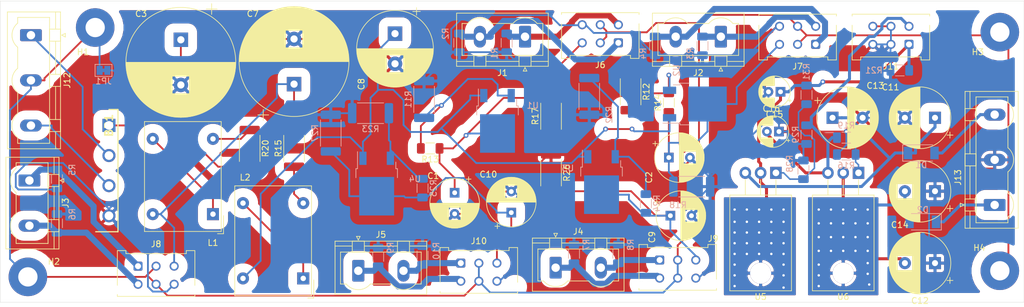
<source format=kicad_pcb>
(kicad_pcb (version 20171130) (host pcbnew "(5.1.10)-1")
  (layers (0 F.Cu signal) (31 B.Cu signal) (34 B.Paste user hide) (35 F.Paste user hide) (36 B.SilkS user) (37 F.SilkS user) (38 B.Mask user) (39 F.Mask user) (44 Edge.Cuts user))
  (net 0 "")
  (net 1 /HV_POWER/AC1)
  (net 2 /HV_POWER/AC2)
  (net 3 GND)
  (net 4 HV_PREAMP_OUT1)
  (net 5 HV_PREAMP_OUT2)
  (net 6 HV_POWER)
  (net 7 HV_PREAMP_NRG)
  (net 8 HV_PREAMP_OUT3)
  (net 9 HV_PREAMP_OUT4)
  (net 10 VDC_P12)
  (net 11 VDC_M12)
  (net 12 FIL1B)
  (net 13 FIL1A)
  (net 14 FIL2B)
  (net 15 FIL2A)
  (net 16 FILPB)
  (net 17 FILPA)
  (net 18 FIL3B)
  (net 19 FIL3A)
  (net 20 FIL4B)
  (net 21 FIL4A)
  (net 22 Earth)
  (net 23 "Net-(R28-Pad1)")
  (net 24 "Net-(R16-Pad2)")
  (net 25 /HV_POWER/HV0)
  (net 26 /LOW_VOLTAGE_VCC/LV1)
  (net 27 /LOW_VOLTAGE_VCC/LV3)
  (net 28 /LOW_VOLTAGE_VCC/LV0)
  (net 29 /LOW_VOLTAGE_VCC/LV2)
  (net 30 /HV_POWER/HV2)
  (net 31 /HV_POWER/HV1)
  (net 32 /HV_POWER/HV4)
  (net 33 /HV_POWER/HV3)
  (net 34 /HV_POWER/HV5)
  (net 35 /HV_POWER/HV7)
  (net 36 /HV_POWER/HV6)
  (net 37 /HV_POWER/HV8)
  (module Diode_SMD:D_SOD-128 (layer B.Cu) (at -488.796 -2.59 180)
    (fp_text reference D2 (at 0 2) (layer B.SilkS) (effects (justify mirror)))
    (fp_text value VS-2EYH01HM3/I)
    (pad 2 smd rect (at 2.2 0 180) (size 1.4 2.1) (layers B.Cu B.Paste B.Mask) (net 27 /LOW_VOLTAGE_VCC/LV3))
    (pad 1 smd rect (at -2.2 0 180) (size 1.4 2.1) (layers B.Cu B.Paste B.Mask) (net 29 /LOW_VOLTAGE_VCC/LV2))
  )
  (module Diode_SMD:D_SOD-128 (layer B.Cu) (at -489.05 -14.02)
    (fp_text reference D1 (at 0 2) (layer B.SilkS) (effects (justify mirror)))
    (fp_text value VS-2EYH01HM3/I)
    (pad 2 smd rect (at 2.2 0) (size 1.4 2.1) (layers B.Cu B.Paste B.Mask) (net 28 /LOW_VOLTAGE_VCC/LV0))
    (pad 1 smd rect (at -2.2 0) (size 1.4 2.1) (layers B.Cu B.Paste B.Mask) (net 26 /LOW_VOLTAGE_VCC/LV1))
  )
  (module Diode_THT:TO500P370X2000X1400-4P (layer F.Cu) (at -623.924 -18.592 270)
    (fp_text reference BR1 (at 0 0 90) (layer F.SilkS) (effects (font (size 1.27 1.27) (thickness 0.254))))
    (fp_text value D2SB60A hide)
    (pad 1 thru_hole rect (at 0 0 270) (size 2.175 2.175) (drill 1.45) (layers *.Cu *.Mask) (net 25 /HV_POWER/HV0))
    (pad 2 thru_hole circle (at 5 0 270) (size 2.175 2.175) (drill 1.45) (layers *.Cu *.Mask) (net 1 /HV_POWER/AC1))
    (pad 3 thru_hole circle (at 10 0 270) (size 2.175 2.175) (drill 1.45) (layers *.Cu *.Mask) (net 2 /HV_POWER/AC2))
    (pad 4 thru_hole circle (at 15 0 270) (size 2.175 2.175) (drill 1.45) (layers *.Cu *.Mask) (net 3 GND))
  )
  (module MountingHole:MountingHole_3.2mm_M3_Pad (layer F.Cu) (at -476 5.538)
    (fp_text reference H4 (at -3.398 -3.81) (layer F.SilkS))
    (fp_text value MountingHole_Pad)
    (pad 1 thru_hole circle (at 0 0) (size 6.4 6.4) (drill 3.2) (layers *.Cu *.Mask) (net 22 Earth))
  )
  (module MountingHole:MountingHole_3.2mm_M3_Pad (layer F.Cu) (at -476 -34.086)
    (fp_text reference H3 (at -3.652 3.302) (layer F.SilkS))
    (fp_text value MountingHole_Pad)
    (pad 1 thru_hole circle (at 0 0) (size 6.4 6.4) (drill 3.2) (layers *.Cu *.Mask) (net 22 Earth))
  )
  (module MountingHole:MountingHole_3.2mm_M3_Pad (layer F.Cu) (at -637.386 6.554)
    (fp_text reference H2 (at 4.318 -2.54) (layer F.SilkS))
    (fp_text value MountingHole_Pad)
    (pad 1 thru_hole circle (at 0 0) (size 6.4 6.4) (drill 3.2) (layers *.Cu *.Mask) (net 22 Earth))
  )
  (module MountingHole:MountingHole_3.2mm_M3_Pad (layer F.Cu) (at -626.21 -34.848)
    (fp_text reference H1 (at -2.032 4.064) (layer F.SilkS))
    (fp_text value MountingHole_Pad)
    (pad 1 thru_hole circle (at 0 0) (size 6.4 6.4) (drill 3.2) (layers *.Cu *.Mask) (net 22 Earth))
  )
  (module Connector_Phoenix_GMSTB:PhoenixContact_GMSTBVA_2,5_3-G_1x03_P7.50mm_Vertical (layer F.Cu) (at -636.878 -33.578 270)
    (fp_text reference J12 (at 7.5 -6 90) (layer F.SilkS))
    (fp_text value Conn_01x03)
    (pad 3 thru_hole oval (at 15 0 270) (size 2 3.6) (drill 1.4) (layers *.Cu *.Mask) (net 2 /HV_POWER/AC2))
    (pad 2 thru_hole oval (at 7.5 0 270) (size 2 3.6) (drill 1.4) (layers *.Cu *.Mask) (net 22 Earth))
    (pad 1 thru_hole roundrect (at 0 0 270) (size 2 3.6) (drill 1.4) (layers *.Cu *.Mask) (roundrect_rratio 0.125) (net 1 /HV_POWER/AC1))
  )
  (module Resistor_SMD:R_1206_3216Metric_Pad1.30x1.75mm_HandSolder (layer B.Cu) (at -508.1 -23.672 270)
    (fp_text reference R31 (at -3.81 0 90) (layer B.SilkS) (effects (justify mirror)))
    (fp_text value 1K)
    (pad 2 smd roundrect (at 1.55 0 270) (size 1.3 1.75) (layers B.Cu B.Paste B.Mask) (roundrect_rratio 0.1923076923076923) (net 23 "Net-(R28-Pad1)"))
    (pad 1 smd roundrect (at -1.55 0 270) (size 1.3 1.75) (layers B.Cu B.Paste B.Mask) (roundrect_rratio 0.1923076923076923) (net 10 VDC_P12))
  )
  (module Resistor_SMD:R_1206_3216Metric_Pad1.30x1.75mm_HandSolder (layer B.Cu) (at -508.1 -17.068 270)
    (fp_text reference R29 (at 0 1.82 90) (layer B.SilkS) (effects (justify mirror)))
    (fp_text value 1K)
    (pad 2 smd roundrect (at 1.55 0 270) (size 1.3 1.75) (layers B.Cu B.Paste B.Mask) (roundrect_rratio 0.1923076923076923) (net 3 GND))
    (pad 1 smd roundrect (at -1.55 0 270) (size 1.3 1.75) (layers B.Cu B.Paste B.Mask) (roundrect_rratio 0.1923076923076923) (net 11 VDC_M12))
  )
  (module Resistor_SMD:R_1206_3216Metric_Pad1.30x1.75mm_HandSolder (layer B.Cu) (at -508.608 -11.226 90)
    (fp_text reference R28 (at 1.016 -2.286 90) (layer B.SilkS) (effects (justify mirror)))
    (fp_text value 5K6)
    (pad 2 smd roundrect (at 1.55 0 90) (size 1.3 1.75) (layers B.Cu B.Paste B.Mask) (roundrect_rratio 0.1923076923076923) (net 3 GND))
    (pad 1 smd roundrect (at -1.55 0 90) (size 1.3 1.75) (layers B.Cu B.Paste B.Mask) (roundrect_rratio 0.1923076923076923) (net 23 "Net-(R28-Pad1)"))
  )
  (module Resistor_SMD:R_2512_6332Metric_Pad1.40x3.35mm_HandSolder (layer B.Cu) (at -587.094 -17.322 270)
    (fp_text reference R27 (at 0 2.62 270) (layer B.SilkS) (effects (justify mirror)))
    (fp_text value 470K)
    (pad 2 smd roundrect (at 3.05 0 270) (size 1.4 3.35) (layers B.Cu B.Paste B.Mask) (roundrect_rratio 0.1785707142857143) (net 9 HV_PREAMP_OUT4))
    (pad 1 smd roundrect (at -3.05 0 270) (size 1.4 3.35) (layers B.Cu B.Paste B.Mask) (roundrect_rratio 0.1785707142857143) (net 3 GND))
  )
  (module Resistor_SMD:R_2512_6332Metric_Pad1.40x3.35mm_HandSolder (layer F.Cu) (at -550.518 -10.718 270)
    (fp_text reference R26 (at 0 -2.62 90) (layer F.SilkS))
    (fp_text value 470K)
    (pad 2 smd roundrect (at 3.05 0 270) (size 1.4 3.35) (layers F.Cu F.Paste F.Mask) (roundrect_rratio 0.1785707142857143) (net 8 HV_PREAMP_OUT3))
    (pad 1 smd roundrect (at -3.05 0 270) (size 1.4 3.35) (layers F.Cu F.Paste F.Mask) (roundrect_rratio 0.1785707142857143) (net 3 GND))
  )
  (module Resistor_SMD:R_1206_3216Metric_Pad1.30x1.75mm_HandSolder (layer B.Cu) (at -571.854 -8.178 90)
    (fp_text reference R25 (at 0 1.82 270) (layer B.SilkS) (effects (justify mirror)))
    (fp_text value 3K3)
    (pad 2 smd roundrect (at 1.55 0 90) (size 1.3 1.75) (layers B.Cu B.Paste B.Mask) (roundrect_rratio 0.1923076923076923) (net 37 /HV_POWER/HV8))
    (pad 1 smd roundrect (at -1.55 0 90) (size 1.3 1.75) (layers B.Cu B.Paste B.Mask) (roundrect_rratio 0.1923076923076923) (net 9 HV_PREAMP_OUT4))
  )
  (module Resistor_SMD:R_1206_3216Metric_Pad1.30x1.75mm_HandSolder (layer B.Cu) (at -534.77 -5.638 90)
    (fp_text reference R24 (at 0 1.82 90) (layer B.SilkS) (effects (justify mirror)))
    (fp_text value 3K3)
    (pad 2 smd roundrect (at 1.55 0 90) (size 1.3 1.75) (layers B.Cu B.Paste B.Mask) (roundrect_rratio 0.1923076923076923) (net 36 /HV_POWER/HV6))
    (pad 1 smd roundrect (at -1.55 0 90) (size 1.3 1.75) (layers B.Cu B.Paste B.Mask) (roundrect_rratio 0.1923076923076923) (net 8 HV_PREAMP_OUT3))
  )
  (module Resistor_SMD:R_2512_6332Metric_Pad1.40x3.35mm_HandSolder (layer B.Cu) (at -580.49 -20.624)
    (fp_text reference R23 (at 0 2.62) (layer B.SilkS) (effects (justify mirror)))
    (fp_text value 680K)
    (pad 2 smd roundrect (at 3.05 0) (size 1.4 3.35) (layers B.Cu B.Paste B.Mask) (roundrect_rratio 0.1785707142857143) (net 37 /HV_POWER/HV8))
    (pad 1 smd roundrect (at -3.05 0) (size 1.4 3.35) (layers B.Cu B.Paste B.Mask) (roundrect_rratio 0.1785707142857143) (net 3 GND))
  )
  (module Resistor_SMD:R_2512_6332Metric_Pad1.40x3.35mm_HandSolder (layer B.Cu) (at -544.168 -23.418 90)
    (fp_text reference R22 (at -3.048 3.302 -90) (layer B.SilkS) (effects (justify mirror)))
    (fp_text value 680K)
    (pad 2 smd roundrect (at 3.05 0 90) (size 1.4 3.35) (layers B.Cu B.Paste B.Mask) (roundrect_rratio 0.1785707142857143) (net 36 /HV_POWER/HV6))
    (pad 1 smd roundrect (at -3.05 0 90) (size 1.4 3.35) (layers B.Cu B.Paste B.Mask) (roundrect_rratio 0.1785707142857143) (net 3 GND))
  )
  (module Resistor_SMD:R_1206_3216Metric_Pad1.30x1.75mm_HandSolder (layer B.Cu) (at -492.606 -27.736)
    (fp_text reference R21 (at -4.318 0) (layer B.SilkS) (effects (justify mirror)))
    (fp_text value 1K)
    (pad 2 smd roundrect (at 1.55 0) (size 1.3 1.75) (layers B.Cu B.Paste B.Mask) (roundrect_rratio 0.1923076923076923) (net 10 VDC_P12))
    (pad 1 smd roundrect (at -1.55 0) (size 1.3 1.75) (layers B.Cu B.Paste B.Mask) (roundrect_rratio 0.1923076923076923) (net 3 GND))
  )
  (module Resistor_SMD:R_2512_6332Metric_Pad1.40x3.35mm_HandSolder (layer F.Cu) (at -600.556 -14.782 270)
    (fp_text reference R20 (at 0 -2.62 90) (layer F.SilkS))
    (fp_text value 100R)
    (pad 2 smd roundrect (at 3.05 0 270) (size 1.4 3.35) (layers F.Cu F.Paste F.Mask) (roundrect_rratio 0.1785707142857143) (net 25 /HV_POWER/HV0))
    (pad 1 smd roundrect (at -3.05 0 270) (size 1.4 3.35) (layers F.Cu F.Paste F.Mask) (roundrect_rratio 0.1785707142857143) (net 31 /HV_POWER/HV1))
  )
  (module Resistor_SMD:R_1206_3216Metric_Pad1.30x1.75mm_HandSolder (layer B.Cu) (at -501.496 -16.56)
    (fp_text reference R19 (at 0 -2.032) (layer B.SilkS) (effects (justify mirror)))
    (fp_text value 1K)
    (pad 2 smd roundrect (at 1.55 0) (size 1.3 1.75) (layers B.Cu B.Paste B.Mask) (roundrect_rratio 0.1923076923076923) (net 24 "Net-(R16-Pad2)"))
    (pad 1 smd roundrect (at -1.55 0) (size 1.3 1.75) (layers B.Cu B.Paste B.Mask) (roundrect_rratio 0.1923076923076923) (net 11 VDC_M12))
  )
  (module Resistor_SMD:R_2512_6332Metric_Pad1.40x3.35mm_HandSolder (layer B.Cu) (at -527.15 -8.432 180)
    (fp_text reference R18 (at 2.288 -3.048) (layer B.SilkS) (effects (justify mirror)))
    (fp_text value 470K)
    (pad 2 smd roundrect (at 3.05 0 180) (size 1.4 3.35) (layers B.Cu B.Paste B.Mask) (roundrect_rratio 0.1785707142857143) (net 5 HV_PREAMP_OUT2))
    (pad 1 smd roundrect (at -3.05 0 180) (size 1.4 3.35) (layers B.Cu B.Paste B.Mask) (roundrect_rratio 0.1785707142857143) (net 3 GND))
  )
  (module Resistor_SMD:R_2512_6332Metric_Pad1.40x3.35mm_HandSolder (layer F.Cu) (at -550.518 -20.116 90)
    (fp_text reference R17 (at 0 -2.62 90) (layer F.SilkS))
    (fp_text value 470K)
    (pad 2 smd roundrect (at 3.05 0 90) (size 1.4 3.35) (layers F.Cu F.Paste F.Mask) (roundrect_rratio 0.1785707142857143) (net 4 HV_PREAMP_OUT1))
    (pad 1 smd roundrect (at -3.05 0 90) (size 1.4 3.35) (layers F.Cu F.Paste F.Mask) (roundrect_rratio 0.1785707142857143) (net 3 GND))
  )
  (module Resistor_SMD:R_1206_3216Metric_Pad1.30x1.75mm_HandSolder (layer B.Cu) (at -501.496 -13.766)
    (fp_text reference R16 (at 0 1.82) (layer B.SilkS) (effects (justify mirror)))
    (fp_text value 5K6)
    (pad 2 smd roundrect (at 1.55 0) (size 1.3 1.75) (layers B.Cu B.Paste B.Mask) (roundrect_rratio 0.1923076923076923) (net 24 "Net-(R16-Pad2)"))
    (pad 1 smd roundrect (at -1.55 0) (size 1.3 1.75) (layers B.Cu B.Paste B.Mask) (roundrect_rratio 0.1923076923076923) (net 3 GND))
  )
  (module Resistor_SMD:R_2512_6332Metric_Pad1.40x3.35mm_HandSolder (layer F.Cu) (at -593.19 -14.782 90)
    (fp_text reference R15 (at 0 -2.62 270) (layer F.SilkS))
    (fp_text value 100R)
    (pad 2 smd roundrect (at 3.05 0 90) (size 1.4 3.35) (layers F.Cu F.Paste F.Mask) (roundrect_rratio 0.1785707142857143) (net 6 HV_POWER))
    (pad 1 smd roundrect (at -3.05 0 90) (size 1.4 3.35) (layers F.Cu F.Paste F.Mask) (roundrect_rratio 0.1785707142857143) (net 33 /HV_POWER/HV3))
  )
  (module Resistor_SMD:R_1206_3216Metric_Pad1.30x1.75mm_HandSolder (layer F.Cu) (at -530.96 -22.376 90)
    (fp_text reference R14 (at 0 -1.82 90) (layer F.SilkS))
    (fp_text value 3K3)
    (pad 2 smd roundrect (at 1.55 0 90) (size 1.3 1.75) (layers F.Cu F.Paste F.Mask) (roundrect_rratio 0.1923076923076923) (net 35 /HV_POWER/HV7))
    (pad 1 smd roundrect (at -1.55 0 90) (size 1.3 1.75) (layers F.Cu F.Paste F.Mask) (roundrect_rratio 0.1923076923076923) (net 5 HV_PREAMP_OUT2))
  )
  (module Resistor_SMD:R_1206_3216Metric_Pad1.30x1.75mm_HandSolder (layer F.Cu) (at -570.584 -14.782 180)
    (fp_text reference R13 (at 0 -1.82) (layer F.SilkS))
    (fp_text value 3K3)
    (pad 2 smd roundrect (at 1.55 0 180) (size 1.3 1.75) (layers F.Cu F.Paste F.Mask) (roundrect_rratio 0.1923076923076923) (net 34 /HV_POWER/HV5))
    (pad 1 smd roundrect (at -1.55 0 180) (size 1.3 1.75) (layers F.Cu F.Paste F.Mask) (roundrect_rratio 0.1923076923076923) (net 4 HV_PREAMP_OUT1))
  )
  (module Resistor_SMD:R_2512_6332Metric_Pad1.40x3.35mm_HandSolder (layer F.Cu) (at -537.31 -24.18 270)
    (fp_text reference R12 (at 0 -2.62 270) (layer F.SilkS))
    (fp_text value 680K)
    (pad 2 smd roundrect (at 3.05 0 270) (size 1.4 3.35) (layers F.Cu F.Paste F.Mask) (roundrect_rratio 0.1785707142857143) (net 35 /HV_POWER/HV7))
    (pad 1 smd roundrect (at -3.05 0 270) (size 1.4 3.35) (layers F.Cu F.Paste F.Mask) (roundrect_rratio 0.1785707142857143) (net 3 GND))
  )
  (module Resistor_SMD:R_2512_6332Metric_Pad1.40x3.35mm_HandSolder (layer B.Cu) (at -571.6 -22.91 270)
    (fp_text reference R11 (at 0 2.62 270) (layer B.SilkS) (effects (justify mirror)))
    (fp_text value 680K)
    (pad 2 smd roundrect (at 3.05 0 270) (size 1.4 3.35) (layers B.Cu B.Paste B.Mask) (roundrect_rratio 0.1785707142857143) (net 34 /HV_POWER/HV5))
    (pad 1 smd roundrect (at -3.05 0 270) (size 1.4 3.35) (layers B.Cu B.Paste B.Mask) (roundrect_rratio 0.1785707142857143) (net 3 GND))
  )
  (module Resistor_SMD:R_1206_3216Metric_Pad1.30x1.75mm_HandSolder (layer B.Cu) (at -571.854 2.998 270)
    (fp_text reference R10 (at -0.762 -2.286 90) (layer B.SilkS) (effects (justify mirror)))
    (fp_text value 100R)
    (pad 2 smd roundrect (at 1.55 0 270) (size 1.3 1.75) (layers B.Cu B.Paste B.Mask) (roundrect_rratio 0.1923076923076923) (net 20 FIL4B))
    (pad 1 smd roundrect (at -1.55 0 270) (size 1.3 1.75) (layers B.Cu B.Paste B.Mask) (roundrect_rratio 0.1923076923076923) (net 3 GND))
  )
  (module Resistor_SMD:R_1206_3216Metric_Pad1.30x1.75mm_HandSolder (layer B.Cu) (at -579.22 3.252 90)
    (fp_text reference R9 (at 1.524 2.032 90) (layer B.SilkS) (effects (justify mirror)))
    (fp_text value 100R)
    (pad 2 smd roundrect (at 1.55 0 90) (size 1.3 1.75) (layers B.Cu B.Paste B.Mask) (roundrect_rratio 0.1923076923076923) (net 3 GND))
    (pad 1 smd roundrect (at -1.55 0 90) (size 1.3 1.75) (layers B.Cu B.Paste B.Mask) (roundrect_rratio 0.1923076923076923) (net 21 FIL4A))
  )
  (module Resistor_SMD:R_1206_3216Metric_Pad1.30x1.75mm_HandSolder (layer B.Cu) (at -539.342 2.744 270)
    (fp_text reference R8 (at -1.524 -2.032 90) (layer B.SilkS) (effects (justify mirror)))
    (fp_text value 100R)
    (pad 1 smd roundrect (at -1.55 0 270) (size 1.3 1.75) (layers B.Cu B.Paste B.Mask) (roundrect_rratio 0.1923076923076923) (net 3 GND))
    (pad 2 smd roundrect (at 1.55 0 270) (size 1.3 1.75) (layers B.Cu B.Paste B.Mask) (roundrect_rratio 0.1923076923076923) (net 18 FIL3B))
  )
  (module Resistor_SMD:R_1206_3216Metric_Pad1.30x1.75mm_HandSolder (layer B.Cu) (at -546.708 2.744 90)
    (fp_text reference R7 (at 1.524 2.032 90) (layer B.SilkS) (effects (justify mirror)))
    (fp_text value 100R)
    (pad 2 smd roundrect (at 1.55 0 90) (size 1.3 1.75) (layers B.Cu B.Paste B.Mask) (roundrect_rratio 0.1923076923076923) (net 3 GND))
    (pad 1 smd roundrect (at -1.55 0 90) (size 1.3 1.75) (layers B.Cu B.Paste B.Mask) (roundrect_rratio 0.1923076923076923) (net 19 FIL3A))
  )
  (module Resistor_SMD:R_1206_3216Metric_Pad1.30x1.75mm_HandSolder (layer B.Cu) (at -632.56 -2.336 270)
    (fp_text reference R6 (at -1.524 -2.54 90) (layer B.SilkS) (effects (justify mirror)))
    (fp_text value 100R)
    (pad 2 smd roundrect (at 1.55 0 270) (size 1.3 1.75) (layers B.Cu B.Paste B.Mask) (roundrect_rratio 0.1923076923076923) (net 17 FILPA))
    (pad 1 smd roundrect (at -1.55 0 270) (size 1.3 1.75) (layers B.Cu B.Paste B.Mask) (roundrect_rratio 0.1923076923076923) (net 3 GND))
  )
  (module Resistor_SMD:R_1206_3216Metric_Pad1.30x1.75mm_HandSolder (layer B.Cu) (at -632.56 -9.702 270)
    (fp_text reference R5 (at -1.524 -2.54 90) (layer B.SilkS) (effects (justify mirror)))
    (fp_text value 100R)
    (pad 2 smd roundrect (at 1.55 0 270) (size 1.3 1.75) (layers B.Cu B.Paste B.Mask) (roundrect_rratio 0.1923076923076923) (net 3 GND))
    (pad 1 smd roundrect (at -1.55 0 270) (size 1.3 1.75) (layers B.Cu B.Paste B.Mask) (roundrect_rratio 0.1923076923076923) (net 16 FILPB))
  )
  (module Resistor_SMD:R_1206_3216Metric_Pad1.30x1.75mm_HandSolder (layer B.Cu) (at -533.246 -31.8 90)
    (fp_text reference R4 (at -1.27 -2.032 90) (layer B.SilkS) (effects (justify mirror)))
    (fp_text value 100R)
    (pad 2 smd roundrect (at 1.55 0 90) (size 1.3 1.75) (layers B.Cu B.Paste B.Mask) (roundrect_rratio 0.1923076923076923) (net 14 FIL2B))
    (pad 1 smd roundrect (at -1.55 0 90) (size 1.3 1.75) (layers B.Cu B.Paste B.Mask) (roundrect_rratio 0.1923076923076923) (net 3 GND))
  )
  (module Resistor_SMD:R_1206_3216Metric_Pad1.30x1.75mm_HandSolder (layer B.Cu) (at -525.372 -31.8 270)
    (fp_text reference R3 (at 1.27 2.032 90) (layer B.SilkS) (effects (justify mirror)))
    (fp_text value 100R)
    (pad 2 smd roundrect (at 1.55 0 270) (size 1.3 1.75) (layers B.Cu B.Paste B.Mask) (roundrect_rratio 0.1923076923076923) (net 3 GND))
    (pad 1 smd roundrect (at -1.55 0 270) (size 1.3 1.75) (layers B.Cu B.Paste B.Mask) (roundrect_rratio 0.1923076923076923) (net 15 FIL2A))
  )
  (module Resistor_SMD:R_1206_3216Metric_Pad1.30x1.75mm_HandSolder (layer B.Cu) (at -565.758 -32.308 90)
    (fp_text reference R2 (at 1.524 -2.286 90) (layer B.SilkS) (effects (justify mirror)))
    (fp_text value 100R)
    (pad 2 smd roundrect (at 1.55 0 90) (size 1.3 1.75) (layers B.Cu B.Paste B.Mask) (roundrect_rratio 0.1923076923076923) (net 12 FIL1B))
    (pad 1 smd roundrect (at -1.55 0 90) (size 1.3 1.75) (layers B.Cu B.Paste B.Mask) (roundrect_rratio 0.1923076923076923) (net 3 GND))
  )
  (module Resistor_SMD:R_1206_3216Metric_Pad1.30x1.75mm_HandSolder (layer B.Cu) (at -557.884 -32.308 270)
    (fp_text reference R1 (at 1.778 2.032 270) (layer B.SilkS) (effects (justify mirror)))
    (fp_text value 100R)
    (pad 2 smd roundrect (at 1.55 0 270) (size 1.3 1.75) (layers B.Cu B.Paste B.Mask) (roundrect_rratio 0.1923076923076923) (net 3 GND))
    (pad 1 smd roundrect (at -1.55 0 270) (size 1.3 1.75) (layers B.Cu B.Paste B.Mask) (roundrect_rratio 0.1923076923076923) (net 13 FIL1A))
  )
  (module Inductor_THT:Choke_Schaffner_RN218-04-12.5x18.0mm (layer F.Cu) (at -591.666 6.808 180)
    (fp_text reference L2 (at 9.652 16.764) (layer F.SilkS))
    (fp_text value RN218)
    (pad 4 thru_hole circle (at 10 12.5 180) (size 2 2) (drill 0.9) (layers *.Cu *.Mask) (net 32 /HV_POWER/HV4))
    (pad 3 thru_hole circle (at 0 12.5 180) (size 2 2) (drill 0.9) (layers *.Cu *.Mask) (net 33 /HV_POWER/HV3))
    (pad 2 thru_hole circle (at 10 0 180) (size 2 2) (drill 0.9) (layers *.Cu *.Mask) (net 7 HV_PREAMP_NRG))
    (pad 1 thru_hole rect (at 0 0 180) (size 2 2) (drill 0.9) (layers *.Cu *.Mask) (net 32 /HV_POWER/HV4))
  )
  (module Inductor_THT:Choke_Schaffner_RN218-04-12.5x18.0mm (layer F.Cu) (at -606.652 -3.86 180)
    (fp_text reference L1 (at 0 -4.75) (layer F.SilkS))
    (fp_text value RN218)
    (pad 4 thru_hole circle (at 10 12.5 180) (size 2 2) (drill 0.9) (layers *.Cu *.Mask) (net 30 /HV_POWER/HV2))
    (pad 3 thru_hole circle (at 0 12.5 180) (size 2 2) (drill 0.9) (layers *.Cu *.Mask) (net 31 /HV_POWER/HV1))
    (pad 2 thru_hole circle (at 10 0 180) (size 2 2) (drill 0.9) (layers *.Cu *.Mask) (net 6 HV_POWER))
    (pad 1 thru_hole rect (at 0 0 180) (size 2 2) (drill 0.9) (layers *.Cu *.Mask) (net 30 /HV_POWER/HV2))
  )
  (module Package_TO_SOT_THT:TO-220-3_Horizontal_TabDown (layer F.Cu) (at -499.464 -10.718 180)
    (fp_text reference U6 (at 2.54 -20.58) (layer F.SilkS))
    (fp_text value LM337_TO220)
    (pad 3 thru_hole oval (at 5.08 0 180) (size 1.905 2) (drill 1.1) (layers *.Cu *.Mask) (net 11 VDC_M12))
    (pad 2 thru_hole oval (at 2.54 0 180) (size 1.905 2) (drill 1.1) (layers *.Cu *.Mask) (net 27 /LOW_VOLTAGE_VCC/LV3))
    (pad 1 thru_hole rect (at 0 0 180) (size 1.905 2) (drill 1.1) (layers *.Cu *.Mask) (net 24 "Net-(R16-Pad2)"))
    (pad "" thru_hole oval (at 2.54 -16.66 180) (size 3.5 3.5) (drill 3.5) (layers *.Cu *.Mask) (net 27 /LOW_VOLTAGE_VCC/LV3))
  )
  (module Package_TO_SOT_THT:TO-220-3_Horizontal_TabDown (layer F.Cu) (at -513.18 -10.718 180)
    (fp_text reference U5 (at 2.54 -20.58) (layer F.SilkS))
    (fp_text value LM317_TO-220)
    (pad 3 thru_hole oval (at 5.08 0 180) (size 1.905 2) (drill 1.1) (layers *.Cu *.Mask) (net 26 /LOW_VOLTAGE_VCC/LV1))
    (pad 2 thru_hole oval (at 2.54 0 180) (size 1.905 2) (drill 1.1) (layers *.Cu *.Mask) (net 10 VDC_P12))
    (pad 1 thru_hole rect (at 0 0 180) (size 1.905 2) (drill 1.1) (layers *.Cu *.Mask) (net 23 "Net-(R28-Pad1)"))
    (pad "" thru_hole oval (at 2.54 -16.66 180) (size 3.5 3.5) (drill 3.5) (layers *.Cu *.Mask) (net 10 VDC_P12))
  )
  (module Package_TO_SOT_SMD:TO-252-2 (layer B.Cu) (at -579.474 -8.94 270)
    (fp_text reference U4 (at -0.762 -6.35) (layer B.SilkS) (effects (justify mirror)))
    (fp_text value LR8K4-G)
    (pad 2 smd rect (at 2.1 0 270) (size 6.4 5.8) (layers B.Cu B.Mask) (net 9 HV_PREAMP_OUT4))
    (pad 3 smd rect (at -4.2 -2.28 270) (size 2.2 1.2) (layers B.Cu B.Paste B.Mask) (net 37 /HV_POWER/HV8))
    (pad 1 smd rect (at -4.2 2.28 270) (size 2.2 1.2) (layers B.Cu B.Paste B.Mask) (net 7 HV_PREAMP_NRG))
  )
  (module Package_TO_SOT_SMD:TO-252-2 (layer B.Cu) (at -542.136 -9.194 270)
    (fp_text reference U3 (at -2.286 5.588 180) (layer B.SilkS) (effects (justify mirror)))
    (fp_text value LR8K4-G)
    (pad 2 smd rect (at 2.1 0 270) (size 6.4 5.8) (layers B.Cu B.Mask) (net 8 HV_PREAMP_OUT3))
    (pad 3 smd rect (at -4.2 -2.28 270) (size 2.2 1.2) (layers B.Cu B.Paste B.Mask) (net 36 /HV_POWER/HV6))
    (pad 1 smd rect (at -4.2 2.28 270) (size 2.2 1.2) (layers B.Cu B.Paste B.Mask) (net 7 HV_PREAMP_NRG))
  )
  (module Package_TO_SOT_SMD:TO-252-2 (layer B.Cu) (at -526.642 -22.148)
    (fp_text reference U2 (at -3.048 -5.588 90) (layer B.SilkS) (effects (justify mirror)))
    (fp_text value LR8K4-G)
    (pad 2 smd rect (at 2.1 0) (size 6.4 5.8) (layers B.Cu B.Mask) (net 5 HV_PREAMP_OUT2))
    (pad 3 smd rect (at -4.2 -2.28) (size 2.2 1.2) (layers B.Cu B.Paste B.Mask) (net 35 /HV_POWER/HV7))
    (pad 1 smd rect (at -4.2 2.28) (size 2.2 1.2) (layers B.Cu B.Paste B.Mask) (net 7 HV_PREAMP_NRG))
  )
  (module Package_TO_SOT_SMD:TO-252-2 (layer B.Cu) (at -559.408 -19.354 270)
    (fp_text reference U1 (at -2.54 -5.842 180) (layer B.SilkS) (effects (justify mirror)))
    (fp_text value LR8K4-G)
    (pad 2 smd rect (at 2.1 0 270) (size 6.4 5.8) (layers B.Cu B.Mask) (net 4 HV_PREAMP_OUT1))
    (pad 3 smd rect (at -4.2 -2.28 270) (size 2.2 1.2) (layers B.Cu B.Paste B.Mask) (net 34 /HV_POWER/HV5))
    (pad 1 smd rect (at -4.2 2.28 270) (size 2.2 1.2) (layers B.Cu B.Paste B.Mask) (net 7 HV_PREAMP_NRG))
  )
  (module Jumper:SolderJumper-2_P1.3mm_Bridged_Pad1.0x1.5mm (layer B.Cu) (at -624.828 -27.736)
    (fp_text reference JP1 (at 0 1.8) (layer B.SilkS) (effects (justify mirror)))
    (fp_text value SolderJumper_2_Bridged)
    (fp_poly (pts (xy -0.25 0.3) (xy 0.25 0.3) (xy 0.25 -0.3) (xy -0.25 -0.3)) (layer B.Cu) (width 0))
    (pad 2 smd rect (at 0.65 0) (size 1 1.5) (layers B.Cu B.Mask) (net 3 GND))
    (pad 1 smd rect (at -0.65 0) (size 1 1.5) (layers B.Cu B.Mask) (net 22 Earth))
  )
  (module Connector_Phoenix_GMSTB:PhoenixContact_GMSTBVA_2,5_3-G_1x03_P7.50mm_Vertical (layer F.Cu) (at -476.858 -5.384 90)
    (fp_text reference J13 (at 4.572 -6.096 90) (layer F.SilkS))
    (fp_text value Conn_01x04)
    (pad 3 thru_hole oval (at 15 0 90) (size 2 3.6) (drill 1.4) (layers *.Cu *.Mask) (net 28 /LOW_VOLTAGE_VCC/LV0))
    (pad 2 thru_hole oval (at 7.5 0 90) (size 2 3.6) (drill 1.4) (layers *.Cu *.Mask) (net 3 GND))
    (pad 1 thru_hole roundrect (at 0 0 90) (size 2 3.6) (drill 1.4) (layers *.Cu *.Mask) (roundrect_rratio 0.125) (net 29 /LOW_VOLTAGE_VCC/LV2))
  )
  (module Connector_Molex:Molex_Micro-Fit_3.0_43045-0612_2x03_P3.00mm_Vertical (layer F.Cu) (at -491.082 -32.054 180)
    (fp_text reference J11 (at 3 -3.67) (layer F.SilkS))
    (fp_text value Molex_MicroFit_2x3)
    (pad 6 thru_hole circle (at 6 3 180) (size 1.5 1.5) (drill 1) (layers *.Cu *.Mask) (net 3 GND))
    (pad 5 thru_hole circle (at 3 3 180) (size 1.5 1.5) (drill 1) (layers *.Cu *.Mask) (net 3 GND))
    (pad 4 thru_hole circle (at 0 3 180) (size 1.5 1.5) (drill 1) (layers *.Cu *.Mask) (net 11 VDC_M12))
    (pad 3 thru_hole circle (at 6 0 180) (size 1.5 1.5) (drill 1) (layers *.Cu *.Mask) (net 3 GND))
    (pad 2 thru_hole circle (at 3 0 180) (size 1.5 1.5) (drill 1) (layers *.Cu *.Mask) (net 3 GND))
    (pad 1 thru_hole roundrect (at 0 0 180) (size 1.5 1.5) (drill 1) (layers *.Cu *.Mask) (roundrect_rratio 0.1666666666666667) (net 10 VDC_P12))
    (pad "" np_thru_hole circle (at 9 3.94 180) (size 1 1) (drill 1) (layers *.Cu *.Mask))
    (pad "" np_thru_hole circle (at -3 3.94 180) (size 1 1) (drill 1) (layers *.Cu *.Mask))
  )
  (module Connector_Molex:Molex_Micro-Fit_3.0_43045-0612_2x03_P3.00mm_Vertical (layer F.Cu) (at -565.504 4.268)
    (fp_text reference J10 (at 3 -3.67) (layer F.SilkS))
    (fp_text value Molex_MicroFit_2x3)
    (pad 6 thru_hole circle (at 6 3) (size 1.5 1.5) (drill 1) (layers *.Cu *.Mask) (net 3 GND))
    (pad 5 thru_hole circle (at 3 3) (size 1.5 1.5) (drill 1) (layers *.Cu *.Mask) (net 22 Earth))
    (pad 4 thru_hole circle (at 0 3) (size 1.5 1.5) (drill 1) (layers *.Cu *.Mask) (net 21 FIL4A))
    (pad 3 thru_hole circle (at 6 0) (size 1.5 1.5) (drill 1) (layers *.Cu *.Mask) (net 9 HV_PREAMP_OUT4))
    (pad 2 thru_hole circle (at 3 0) (size 1.5 1.5) (drill 1) (layers *.Cu *.Mask) (net 22 Earth))
    (pad 1 thru_hole roundrect (at 0 0) (size 1.5 1.5) (drill 1) (layers *.Cu *.Mask) (roundrect_rratio 0.1666666666666667) (net 20 FIL4B))
    (pad "" np_thru_hole circle (at 9 3.94) (size 1 1) (drill 1) (layers *.Cu *.Mask))
    (pad "" np_thru_hole circle (at -3 3.94) (size 1 1) (drill 1) (layers *.Cu *.Mask))
  )
  (module Connector_Molex:Molex_Micro-Fit_3.0_43045-0612_2x03_P3.00mm_Vertical (layer F.Cu) (at -532.484 3.76)
    (fp_text reference J9 (at 8.89 -3.556) (layer F.SilkS))
    (fp_text value Molex_MicroFit_2x3)
    (pad 6 thru_hole circle (at 6 3) (size 1.5 1.5) (drill 1) (layers *.Cu *.Mask) (net 3 GND))
    (pad 5 thru_hole circle (at 3 3) (size 1.5 1.5) (drill 1) (layers *.Cu *.Mask) (net 22 Earth))
    (pad 4 thru_hole circle (at 0 3) (size 1.5 1.5) (drill 1) (layers *.Cu *.Mask) (net 19 FIL3A))
    (pad 3 thru_hole circle (at 6 0) (size 1.5 1.5) (drill 1) (layers *.Cu *.Mask) (net 8 HV_PREAMP_OUT3))
    (pad 2 thru_hole circle (at 3 0) (size 1.5 1.5) (drill 1) (layers *.Cu *.Mask) (net 22 Earth))
    (pad 1 thru_hole roundrect (at 0 0) (size 1.5 1.5) (drill 1) (layers *.Cu *.Mask) (roundrect_rratio 0.1666666666666667) (net 18 FIL3B))
    (pad "" np_thru_hole circle (at 9 3.94) (size 1 1) (drill 1) (layers *.Cu *.Mask))
    (pad "" np_thru_hole circle (at -3 3.94) (size 1 1) (drill 1) (layers *.Cu *.Mask))
  )
  (module Connector_Molex:Molex_Micro-Fit_3.0_43045-0612_2x03_P3.00mm_Vertical (layer F.Cu) (at -619.098 4.776)
    (fp_text reference J8 (at 3 -3.67) (layer F.SilkS))
    (fp_text value Molex_MicroFit_2x3)
    (pad 6 thru_hole circle (at 6 3) (size 1.5 1.5) (drill 1) (layers *.Cu *.Mask) (net 3 GND))
    (pad 5 thru_hole circle (at 3 3) (size 1.5 1.5) (drill 1) (layers *.Cu *.Mask) (net 22 Earth))
    (pad 4 thru_hole circle (at 0 3) (size 1.5 1.5) (drill 1) (layers *.Cu *.Mask) (net 17 FILPA))
    (pad 3 thru_hole circle (at 6 0) (size 1.5 1.5) (drill 1) (layers *.Cu *.Mask) (net 6 HV_POWER))
    (pad 2 thru_hole circle (at 3 0) (size 1.5 1.5) (drill 1) (layers *.Cu *.Mask) (net 22 Earth))
    (pad 1 thru_hole roundrect (at 0 0) (size 1.5 1.5) (drill 1) (layers *.Cu *.Mask) (roundrect_rratio 0.1666666666666667) (net 16 FILPB))
    (pad "" np_thru_hole circle (at 9 3.94) (size 1 1) (drill 1) (layers *.Cu *.Mask))
    (pad "" np_thru_hole circle (at -3 3.94) (size 1 1) (drill 1) (layers *.Cu *.Mask))
  )
  (module Connector_Molex:Molex_Micro-Fit_3.0_43045-0612_2x03_P3.00mm_Vertical (layer F.Cu) (at -506.576 -32.054 180)
    (fp_text reference J7 (at 3 -3.67) (layer F.SilkS))
    (fp_text value Molex_MicroFit_2x3)
    (pad 6 thru_hole circle (at 6 3 180) (size 1.5 1.5) (drill 1) (layers *.Cu *.Mask) (net 3 GND))
    (pad 5 thru_hole circle (at 3 3 180) (size 1.5 1.5) (drill 1) (layers *.Cu *.Mask) (net 22 Earth))
    (pad 4 thru_hole circle (at 0 3 180) (size 1.5 1.5) (drill 1) (layers *.Cu *.Mask) (net 15 FIL2A))
    (pad 3 thru_hole circle (at 6 0 180) (size 1.5 1.5) (drill 1) (layers *.Cu *.Mask) (net 5 HV_PREAMP_OUT2))
    (pad 2 thru_hole circle (at 3 0 180) (size 1.5 1.5) (drill 1) (layers *.Cu *.Mask) (net 22 Earth))
    (pad 1 thru_hole roundrect (at 0 0 180) (size 1.5 1.5) (drill 1) (layers *.Cu *.Mask) (roundrect_rratio 0.1666666666666667) (net 14 FIL2B))
    (pad "" np_thru_hole circle (at 9 3.94 180) (size 1 1) (drill 1) (layers *.Cu *.Mask))
    (pad "" np_thru_hole circle (at -3 3.94 180) (size 1 1) (drill 1) (layers *.Cu *.Mask))
  )
  (module Connector_Molex:Molex_Micro-Fit_3.0_43045-0612_2x03_P3.00mm_Vertical (layer F.Cu) (at -539.342 -32.308 180)
    (fp_text reference J6 (at 3 -3.67) (layer F.SilkS))
    (fp_text value Molex_MicroFit_2x3)
    (pad 6 thru_hole circle (at 6 3 180) (size 1.5 1.5) (drill 1) (layers *.Cu *.Mask) (net 3 GND))
    (pad 5 thru_hole circle (at 3 3 180) (size 1.5 1.5) (drill 1) (layers *.Cu *.Mask) (net 22 Earth))
    (pad 4 thru_hole circle (at 0 3 180) (size 1.5 1.5) (drill 1) (layers *.Cu *.Mask) (net 13 FIL1A))
    (pad 3 thru_hole circle (at 6 0 180) (size 1.5 1.5) (drill 1) (layers *.Cu *.Mask) (net 4 HV_PREAMP_OUT1))
    (pad 2 thru_hole circle (at 3 0 180) (size 1.5 1.5) (drill 1) (layers *.Cu *.Mask) (net 22 Earth))
    (pad 1 thru_hole roundrect (at 0 0 180) (size 1.5 1.5) (drill 1) (layers *.Cu *.Mask) (roundrect_rratio 0.1666666666666667) (net 12 FIL1B))
    (pad "" np_thru_hole circle (at 9 3.94 180) (size 1 1) (drill 1) (layers *.Cu *.Mask))
    (pad "" np_thru_hole circle (at -3 3.94 180) (size 1 1) (drill 1) (layers *.Cu *.Mask))
  )
  (module Connector_Phoenix_GMSTB:PhoenixContact_GMSTBVA_2,5_2-G_1x02_P7.50mm_Vertical (layer F.Cu) (at -582.522 5.538)
    (fp_text reference J5 (at 3.75 -6) (layer F.SilkS))
    (fp_text value Conn_01x04)
    (pad 2 thru_hole oval (at 7.5 0) (size 2 3.6) (drill 1.4) (layers *.Cu *.Mask) (net 20 FIL4B))
    (pad 1 thru_hole roundrect (at 0 0) (size 2 3.6) (drill 1.4) (layers *.Cu *.Mask) (roundrect_rratio 0.125) (net 21 FIL4A))
  )
  (module Connector_Phoenix_GMSTB:PhoenixContact_GMSTBVA_2,5_2-G_1x02_P7.50mm_Vertical (layer F.Cu) (at -549.756 5.03)
    (fp_text reference J4 (at 3.75 -6) (layer F.SilkS))
    (fp_text value Conn_01x04)
    (pad 2 thru_hole oval (at 7.5 0) (size 2 3.6) (drill 1.4) (layers *.Cu *.Mask) (net 18 FIL3B))
    (pad 1 thru_hole roundrect (at 0 0) (size 2 3.6) (drill 1.4) (layers *.Cu *.Mask) (roundrect_rratio 0.125) (net 19 FIL3A))
  )
  (module Connector_Phoenix_GMSTB:PhoenixContact_GMSTBVA_2,5_2-G_1x02_P7.50mm_Vertical (layer F.Cu) (at -637.132 -9.448 270)
    (fp_text reference J3 (at 3.75 -6 90) (layer F.SilkS))
    (fp_text value Conn_01x04)
    (pad 2 thru_hole oval (at 7.5 0 270) (size 2 3.6) (drill 1.4) (layers *.Cu *.Mask) (net 17 FILPA))
    (pad 1 thru_hole roundrect (at 0 0 270) (size 2 3.6) (drill 1.4) (layers *.Cu *.Mask) (roundrect_rratio 0.125) (net 16 FILPB))
  )
  (module Connector_Phoenix_GMSTB:PhoenixContact_GMSTBVA_2,5_2-G_1x02_P7.50mm_Vertical (layer F.Cu) (at -522.324 -33.324 180)
    (fp_text reference J2 (at 3.75 -6) (layer F.SilkS))
    (fp_text value Conn_01x04)
    (pad 2 thru_hole oval (at 7.5 0 180) (size 2 3.6) (drill 1.4) (layers *.Cu *.Mask) (net 14 FIL2B))
    (pad 1 thru_hole roundrect (at 0 0 180) (size 2 3.6) (drill 1.4) (layers *.Cu *.Mask) (roundrect_rratio 0.125) (net 15 FIL2A))
  )
  (module Connector_Phoenix_GMSTB:PhoenixContact_GMSTBVA_2,5_2-G_1x02_P7.50mm_Vertical (layer F.Cu) (at -554.836 -33.324 180)
    (fp_text reference J1 (at 3.75 -6) (layer F.SilkS))
    (fp_text value Conn_01x04)
    (pad 2 thru_hole oval (at 7.5 0 180) (size 2 3.6) (drill 1.4) (layers *.Cu *.Mask) (net 12 FIL1B))
    (pad 1 thru_hole roundrect (at 0 0 180) (size 2 3.6) (drill 1.4) (layers *.Cu *.Mask) (roundrect_rratio 0.125) (net 13 FIL1A))
  )
  (module Capacitor_THT:CP_Radial_D5.0mm_P2.00mm (layer F.Cu) (at -512.672 -17.576 180)
    (fp_text reference C16 (at 1.27 3.81) (layer F.SilkS))
    (fp_text value 10uF)
    (pad 2 thru_hole circle (at 2 0 180) (size 1.6 1.6) (drill 0.8) (layers *.Cu *.Mask) (net 11 VDC_M12))
    (pad 1 thru_hole rect (at 0 0 180) (size 1.6 1.6) (drill 0.8) (layers *.Cu *.Mask) (net 3 GND))
  )
  (module Capacitor_THT:CP_Radial_D5.0mm_P2.00mm (layer F.Cu) (at -512.418 -24.18 180)
    (fp_text reference C15 (at 1 -3.75) (layer F.SilkS))
    (fp_text value 10uF)
    (pad 2 thru_hole circle (at 2 0 180) (size 1.6 1.6) (drill 0.8) (layers *.Cu *.Mask) (net 3 GND))
    (pad 1 thru_hole rect (at 0 0 180) (size 1.6 1.6) (drill 0.8) (layers *.Cu *.Mask) (net 10 VDC_P12))
  )
  (module Capacitor_THT:CP_Radial_D10.0mm_P5.00mm (layer F.Cu) (at -486.764 -7.67 180)
    (fp_text reference C14 (at 5.842 -5.588) (layer F.SilkS))
    (fp_text value 1000uF)
    (pad 2 thru_hole circle (at 5 0 180) (size 2 2) (drill 1) (layers *.Cu *.Mask) (net 27 /LOW_VOLTAGE_VCC/LV3))
    (pad 1 thru_hole rect (at 0 0 180) (size 2 2) (drill 1) (layers *.Cu *.Mask) (net 3 GND))
  )
  (module Capacitor_THT:CP_Radial_D10.0mm_P5.00mm (layer F.Cu) (at -503.782 -19.862)
    (fp_text reference C13 (at 7.112 -5.334) (layer F.SilkS))
    (fp_text value 1000uF)
    (pad 2 thru_hole circle (at 5 0) (size 2 2) (drill 1) (layers *.Cu *.Mask) (net 3 GND))
    (pad 1 thru_hole rect (at 0 0) (size 2 2) (drill 1) (layers *.Cu *.Mask) (net 26 /LOW_VOLTAGE_VCC/LV1))
  )
  (module Capacitor_THT:CP_Radial_D10.0mm_P5.00mm (layer F.Cu) (at -486.764 4.268 180)
    (fp_text reference C12 (at 2.5 -6.25) (layer F.SilkS))
    (fp_text value 1000uF)
    (pad 2 thru_hole circle (at 5 0 180) (size 2 2) (drill 1) (layers *.Cu *.Mask) (net 27 /LOW_VOLTAGE_VCC/LV3))
    (pad 1 thru_hole rect (at 0 0 180) (size 2 2) (drill 1) (layers *.Cu *.Mask) (net 3 GND))
  )
  (module Capacitor_THT:CP_Radial_D10.0mm_P5.00mm (layer F.Cu) (at -486.764 -19.862 180)
    (fp_text reference C11 (at 7.366 5.08) (layer F.SilkS))
    (fp_text value 1000uF)
    (pad 2 thru_hole circle (at 5 0 180) (size 2 2) (drill 1) (layers *.Cu *.Mask) (net 3 GND))
    (pad 1 thru_hole rect (at 0 0 180) (size 2 2) (drill 1) (layers *.Cu *.Mask) (net 26 /LOW_VOLTAGE_VCC/LV1))
  )
  (module Capacitor_THT:CP_Radial_D8.0mm_P3.50mm (layer F.Cu) (at -557.122 -4.114 90)
    (fp_text reference C10 (at 6.35 -3.81) (layer F.SilkS))
    (fp_text value 1uF)
    (pad 2 thru_hole circle (at 3.5 0 90) (size 1.6 1.6) (drill 0.8) (layers *.Cu *.Mask) (net 3 GND))
    (pad 1 thru_hole rect (at 0 0 90) (size 1.6 1.6) (drill 0.8) (layers *.Cu *.Mask) (net 9 HV_PREAMP_OUT4))
  )
  (module Capacitor_THT:CP_Radial_D8.0mm_P3.50mm (layer F.Cu) (at -530.706 -3.606)
    (fp_text reference C9 (at -3.048 3.556 90) (layer F.SilkS))
    (fp_text value 1uF)
    (pad 2 thru_hole circle (at 3.5 0) (size 1.6 1.6) (drill 0.8) (layers *.Cu *.Mask) (net 3 GND))
    (pad 1 thru_hole rect (at 0 0) (size 1.6 1.6) (drill 0.8) (layers *.Cu *.Mask) (net 8 HV_PREAMP_OUT3))
  )
  (module Capacitor_THT:CP_Radial_D12.5mm_P5.00mm (layer F.Cu) (at -576.426 -33.832 270)
    (fp_text reference C8 (at 8.382 5.588 90) (layer F.SilkS))
    (fp_text value 22uF)
    (pad 2 thru_hole circle (at 5 0 270) (size 2.4 2.4) (drill 1.2) (layers *.Cu *.Mask) (net 3 GND))
    (pad 1 thru_hole rect (at 0 0 270) (size 2.4 2.4) (drill 1.2) (layers *.Cu *.Mask) (net 7 HV_PREAMP_NRG))
  )
  (module Capacitor_THT:CP_Radial_D18.0mm_P7.50mm (layer F.Cu) (at -593.19 -25.45 90)
    (fp_text reference C7 (at 11.684 -6.858) (layer F.SilkS))
    (fp_text value 100uF)
    (pad 2 thru_hole circle (at 7.5 0 90) (size 2.4 2.4) (drill 1.2) (layers *.Cu *.Mask) (net 3 GND))
    (pad 1 thru_hole rect (at 0 0 90) (size 2.4 2.4) (drill 1.2) (layers *.Cu *.Mask) (net 6 HV_POWER))
  )
  (module Capacitor_THT:CP_Radial_D18.0mm_P7.50mm (layer F.Cu) (at -611.986 -32.816 270)
    (fp_text reference C3 (at -4.318 6.604) (layer F.SilkS))
    (fp_text value 100uF)
    (pad 2 thru_hole circle (at 7.5 0 270) (size 2.4 2.4) (drill 1.2) (layers *.Cu *.Mask) (net 3 GND))
    (pad 1 thru_hole rect (at 0 0 270) (size 2.4 2.4) (drill 1.2) (layers *.Cu *.Mask) (net 25 /HV_POWER/HV0))
  )
  (module Capacitor_THT:CP_Radial_D8.0mm_P3.50mm (layer F.Cu) (at -530.96 -13.258)
    (fp_text reference C2 (at -3.302 3.302 90) (layer F.SilkS))
    (fp_text value 1uF)
    (pad 2 thru_hole circle (at 3.5 0) (size 1.6 1.6) (drill 0.8) (layers *.Cu *.Mask) (net 3 GND))
    (pad 1 thru_hole rect (at 0 0) (size 1.6 1.6) (drill 0.8) (layers *.Cu *.Mask) (net 5 HV_PREAMP_OUT2))
  )
  (module Capacitor_THT:CP_Radial_D8.0mm_P3.50mm (layer F.Cu) (at -566.52 -7.416 270)
    (fp_text reference C1 (at -2.794 3.556) (layer F.SilkS))
    (fp_text value 1uF)
    (pad 2 thru_hole circle (at 3.5 0 270) (size 1.6 1.6) (drill 0.8) (layers *.Cu *.Mask) (net 3 GND))
    (pad 1 thru_hole rect (at 0 0 270) (size 1.6 1.6) (drill 0.8) (layers *.Cu *.Mask) (net 4 HV_PREAMP_OUT1))
  )
  (gr_line (start -641.99 -39.246) (end -471.99 -39.246) (layer Edge.Cuts) (width 0.05))
  (gr_line (start -471.99 -39.246) (end -471.99 10.754) (layer Edge.Cuts) (width 0.05))
  (gr_line (start -641.99 10.754) (end -471.99 10.754) (layer Edge.Cuts) (width 0.05))
  (gr_line (start -641.99 -39.246) (end -641.99 10.754) (layer Edge.Cuts) (width 0.05))
  (segment (start -636.878 -33.578) (end -628.2875 -24.9875) (width 0.3) (layer B.Cu) (net 1))
  (segment (start -628.2875 -24.9875) (end -628.2875 -17.9555) (width 0.3) (layer B.Cu) (net 1))
  (segment (start -628.2875 -17.9555) (end -623.924 -13.592) (width 0.3) (layer B.Cu) (net 1))
  (segment (start -636.878 -18.578) (end -633.4277 -18.578) (width 0.3) (layer B.Cu) (net 2))
  (segment (start -633.4277 -18.578) (end -633.4277 -18.0957) (width 0.3) (layer B.Cu) (net 2))
  (segment (start -633.4277 -18.0957) (end -623.924 -8.592) (width 0.3) (layer B.Cu) (net 2))
  (segment (start -512.576 -35.054) (end -513.0479 -35.054) (width 0.3) (layer F.Cu) (net 3))
  (segment (start -513.0479 -35.054) (end -514.9852 -33.1167) (width 0.3) (layer F.Cu) (net 3))
  (segment (start -514.9852 -33.1167) (end -514.9852 -24.7472) (width 0.3) (layer F.Cu) (net 3))
  (segment (start -514.9852 -24.7472) (end -514.418 -24.18) (width 0.3) (layer F.Cu) (net 3))
  (segment (start -524.1 -10.0036) (end -524.1 -8.432) (width 0.3) (layer B.Cu) (net 3))
  (segment (start -514.418 -19.6856) (end -524.1 -10.0036) (width 0.3) (layer B.Cu) (net 3))
  (segment (start -527.46 -13.258) (end -524.2056 -10.0036) (width 0.3) (layer B.Cu) (net 3))
  (segment (start -524.2056 -10.0036) (end -524.1 -10.0036) (width 0.3) (layer B.Cu) (net 3))
  (segment (start -514.418 -19.6856) (end -514.418 -24.18) (width 0.3) (layer B.Cu) (net 3))
  (segment (start -512.672 -18.8263) (end -513.5313 -19.6856) (width 0.3) (layer B.Cu) (net 3))
  (segment (start -513.5313 -19.6856) (end -514.418 -19.6856) (width 0.3) (layer B.Cu) (net 3))
  (segment (start -525.372 -30.25) (end -517.7946 -30.25) (width 0.3) (layer B.Cu) (net 3))
  (segment (start -517.7946 -30.25) (end -512.9906 -35.054) (width 0.3) (layer B.Cu) (net 3))
  (segment (start -512.9906 -35.054) (end -512.576 -35.054) (width 0.3) (layer B.Cu) (net 3))
  (segment (start -525.372 -30.25) (end -533.246 -30.25) (width 0.3) (layer B.Cu) (net 3))
  (segment (start -494.156 -27.736) (end -494.156 -31.98) (width 0.3) (layer B.Cu) (net 3))
  (segment (start -494.156 -31.98) (end -494.082 -32.054) (width 0.3) (layer B.Cu) (net 3))
  (segment (start -494.156 -22.254) (end -494.156 -27.736) (width 0.3) (layer B.Cu) (net 3))
  (segment (start -545.342 -35.308) (end -544.7937 -35.308) (width 0.3) (layer B.Cu) (net 3))
  (segment (start -544.7937 -35.308) (end -543.4401 -33.9544) (width 0.3) (layer B.Cu) (net 3))
  (segment (start -543.4401 -33.9544) (end -536.9504 -33.9544) (width 0.3) (layer B.Cu) (net 3))
  (segment (start -536.9504 -33.9544) (end -533.246 -30.25) (width 0.3) (layer B.Cu) (net 3))
  (segment (start -593.19 -32.95) (end -580.544 -32.95) (width 0.3) (layer F.Cu) (net 3))
  (segment (start -580.544 -32.95) (end -576.426 -28.832) (width 0.3) (layer F.Cu) (net 3))
  (segment (start -611.986 -25.316) (end -604.352 -32.95) (width 0.3) (layer F.Cu) (net 3))
  (segment (start -604.352 -32.95) (end -593.19 -32.95) (width 0.3) (layer F.Cu) (net 3))
  (segment (start -587.094 -20.624) (end -583.54 -20.624) (width 0.3) (layer B.Cu) (net 3))
  (segment (start -512.672 -17.576) (end -512.672 -18.8263) (width 0.3) (layer B.Cu) (net 3))
  (segment (start -486.764 -11.4337) (end -486.764 -7.67) (width 0.3) (layer F.Cu) (net 3))
  (segment (start -491.764 -19.862) (end -486.764 -14.862) (width 0.3) (layer F.Cu) (net 3))
  (segment (start -486.764 -14.862) (end -486.764 -11.4337) (width 0.3) (layer F.Cu) (net 3))
  (segment (start -486.764 -11.4337) (end -476.858 -11.4337) (width 0.3) (layer F.Cu) (net 3))
  (segment (start -476.858 -12.884) (end -476.858 -11.4337) (width 0.3) (layer F.Cu) (net 3))
  (segment (start -491.764 -19.862) (end -494.156 -22.254) (width 0.3) (layer B.Cu) (net 3))
  (segment (start -498.782 -19.862) (end -496.548 -19.862) (width 0.3) (layer B.Cu) (net 3))
  (segment (start -496.548 -19.862) (end -494.156 -22.254) (width 0.3) (layer B.Cu) (net 3))
  (segment (start -494.082 -32.054) (end -497.082 -32.054) (width 0.3) (layer B.Cu) (net 3))
  (segment (start -494.082 -32.054) (end -494.082 -35.054) (width 0.3) (layer B.Cu) (net 3))
  (segment (start -567.0932 -30.758) (end -567.0932 -34.5981) (width 0.3) (layer B.Cu) (net 3))
  (segment (start -567.0932 -34.5981) (end -564.7893 -36.902) (width 0.3) (layer B.Cu) (net 3))
  (segment (start -564.7893 -36.902) (end -550.731 -36.902) (width 0.3) (layer B.Cu) (net 3))
  (segment (start -550.731 -36.902) (end -549.0621 -35.2331) (width 0.3) (layer B.Cu) (net 3))
  (segment (start -549.0621 -35.2331) (end -545.4169 -35.2331) (width 0.3) (layer B.Cu) (net 3))
  (segment (start -545.4169 -35.2331) (end -545.342 -35.308) (width 0.3) (layer B.Cu) (net 3))
  (segment (start -545.2736 -18.7896) (end -537.31 -26.7532) (width 0.3) (layer F.Cu) (net 3))
  (segment (start -537.31 -26.7532) (end -537.31 -27.23) (width 0.3) (layer F.Cu) (net 3))
  (segment (start -545.2736 -18.7896) (end -537.2689 -10.7849) (width 0.3) (layer F.Cu) (net 3))
  (segment (start -537.2689 -10.7849) (end -529.4591 -10.7849) (width 0.3) (layer F.Cu) (net 3))
  (segment (start -529.4591 -10.7849) (end -527.46 -12.784) (width 0.3) (layer F.Cu) (net 3))
  (segment (start -527.46 -12.784) (end -527.46 -13.258) (width 0.3) (layer F.Cu) (net 3))
  (segment (start -550.518 -17.066) (end -546.9972 -17.066) (width 0.3) (layer F.Cu) (net 3))
  (segment (start -546.9972 -17.066) (end -545.2736 -18.7896) (width 0.3) (layer F.Cu) (net 3))
  (segment (start -567.0932 -30.758) (end -565.758 -30.758) (width 0.3) (layer B.Cu) (net 3))
  (segment (start -571.6 -25.96) (end -567.0932 -30.4668) (width 0.3) (layer B.Cu) (net 3))
  (segment (start -567.0932 -30.4668) (end -567.0932 -30.758) (width 0.3) (layer B.Cu) (net 3))
  (segment (start -576.426 -28.832) (end -573.554 -25.96) (width 0.3) (layer B.Cu) (net 3))
  (segment (start -573.554 -25.96) (end -571.6 -25.96) (width 0.3) (layer B.Cu) (net 3))
  (segment (start -620.8077 -25.316) (end -623.2277 -27.736) (width 0.3) (layer B.Cu) (net 3))
  (segment (start -611.986 -25.316) (end -620.8077 -25.316) (width 0.3) (layer B.Cu) (net 3))
  (segment (start -620.8077 -25.316) (end -620.8077 -7.8364) (width 0.3) (layer B.Cu) (net 3))
  (segment (start -620.8077 -7.8364) (end -623.924 -4.7201) (width 0.3) (layer B.Cu) (net 3))
  (segment (start -623.924 -4.7201) (end -623.924 -3.592) (width 0.3) (layer B.Cu) (net 3))
  (segment (start -632.56 -7.952) (end -638.9633 -7.952) (width 0.3) (layer B.Cu) (net 3))
  (segment (start -638.9633 -7.952) (end -639.3955 -8.3842) (width 0.3) (layer B.Cu) (net 3))
  (segment (start -639.3955 -8.3842) (end -639.3955 -10.5126) (width 0.3) (layer B.Cu) (net 3))
  (segment (start -639.3955 -10.5126) (end -637.5535 -12.3546) (width 0.3) (layer B.Cu) (net 3))
  (segment (start -637.5535 -12.3546) (end -631.5585 -12.3546) (width 0.3) (layer B.Cu) (net 3))
  (segment (start -631.5585 -12.3546) (end -623.924 -4.7201) (width 0.3) (layer B.Cu) (net 3))
  (segment (start -624.178 -27.736) (end -623.2277 -27.736) (width 0.3) (layer B.Cu) (net 3))
  (segment (start -557.884 -30.758) (end -547.494 -20.368) (width 0.3) (layer B.Cu) (net 3))
  (segment (start -547.494 -20.368) (end -544.168 -20.368) (width 0.3) (layer B.Cu) (net 3))
  (segment (start -557.884 -30.758) (end -565.758 -30.758) (width 0.3) (layer B.Cu) (net 3))
  (segment (start -550.518 -13.768) (end -550.518 -17.066) (width 0.3) (layer F.Cu) (net 3))
  (segment (start -550.518 -13.768) (end -550.968 -13.768) (width 0.3) (layer F.Cu) (net 3))
  (segment (start -550.968 -13.768) (end -557.122 -7.614) (width 0.3) (layer F.Cu) (net 3))
  (segment (start -486.764 -7.67) (end -486.764 -6.2197) (width 0.3) (layer B.Cu) (net 3))
  (segment (start -486.764 4.268) (end -486.764 2.8177) (width 0.3) (layer B.Cu) (net 3))
  (segment (start -486.764 2.8177) (end -487.7464 1.8353) (width 0.3) (layer B.Cu) (net 3))
  (segment (start -487.7464 1.8353) (end -487.7464 -5.2373) (width 0.3) (layer B.Cu) (net 3))
  (segment (start -487.7464 -5.2373) (end -486.764 -6.2197) (width 0.3) (layer B.Cu) (net 3))
  (segment (start -527.206 -3.606) (end -524.0799 -0.4799) (width 0.3) (layer B.Cu) (net 3))
  (segment (start -524.0799 -0.4799) (end -524.0799 4.809) (width 0.3) (layer B.Cu) (net 3))
  (segment (start -524.0799 4.809) (end -526.0309 6.76) (width 0.3) (layer B.Cu) (net 3))
  (segment (start -526.0309 6.76) (end -526.484 6.76) (width 0.3) (layer B.Cu) (net 3))
  (segment (start -524.1 -8.432) (end -527.206 -5.326) (width 0.3) (layer B.Cu) (net 3))
  (segment (start -527.206 -5.326) (end -527.206 -3.606) (width 0.3) (layer B.Cu) (net 3))
  (segment (start -587.094 -20.624) (end -587.094 -20.372) (width 0.3) (layer B.Cu) (net 3))
  (segment (start -593.19 -32.95) (end -587.094 -26.854) (width 0.3) (layer B.Cu) (net 3))
  (segment (start -587.094 -26.854) (end -587.094 -20.624) (width 0.3) (layer B.Cu) (net 3))
  (segment (start -557.122 -7.614) (end -560.6239 -7.614) (width 0.3) (layer F.Cu) (net 3))
  (segment (start -560.6239 -7.614) (end -564.3219 -3.916) (width 0.3) (layer F.Cu) (net 3))
  (segment (start -564.3219 -3.916) (end -566.52 -3.916) (width 0.3) (layer F.Cu) (net 3))
  (segment (start -503.046 -13.766) (end -501.496 -15.316) (width 0.3) (layer B.Cu) (net 3))
  (segment (start -501.496 -15.316) (end -501.496 -17.576) (width 0.3) (layer B.Cu) (net 3))
  (segment (start -501.496 -17.576) (end -512.672 -17.576) (width 0.3) (layer F.Cu) (net 3))
  (segment (start -498.782 -19.862) (end -501.068 -17.576) (width 0.3) (layer F.Cu) (net 3))
  (segment (start -501.068 -17.576) (end -501.496 -17.576) (width 0.3) (layer F.Cu) (net 3))
  (segment (start -571.854 1.448) (end -566.52 -3.886) (width 0.3) (layer B.Cu) (net 3))
  (segment (start -566.52 -3.886) (end -566.52 -3.916) (width 0.3) (layer B.Cu) (net 3))
  (segment (start -579.22 1.702) (end -572.108 1.702) (width 0.3) (layer B.Cu) (net 3))
  (segment (start -572.108 1.702) (end -571.854 1.448) (width 0.3) (layer B.Cu) (net 3))
  (segment (start -553.2686 1.194) (end -553.2686 -4.2261) (width 0.3) (layer B.Cu) (net 3))
  (segment (start -553.2686 -4.2261) (end -556.6565 -7.614) (width 0.3) (layer B.Cu) (net 3))
  (segment (start -556.6565 -7.614) (end -557.122 -7.614) (width 0.3) (layer B.Cu) (net 3))
  (segment (start -512.672 -17.576) (end -511.4217 -17.576) (width 0.3) (layer B.Cu) (net 3))
  (segment (start -508.608 -15.518) (end -508.1 -15.518) (width 0.3) (layer B.Cu) (net 3))
  (segment (start -511.4217 -17.576) (end -509.3637 -15.518) (width 0.3) (layer B.Cu) (net 3))
  (segment (start -509.3637 -15.518) (end -508.608 -15.518) (width 0.3) (layer B.Cu) (net 3))
  (segment (start -508.608 -12.776) (end -508.608 -15.518) (width 0.3) (layer B.Cu) (net 3))
  (segment (start -559.504 7.268) (end -559.0821 7.268) (width 0.3) (layer B.Cu) (net 3))
  (segment (start -559.0821 7.268) (end -553.2686 1.4545) (width 0.3) (layer B.Cu) (net 3))
  (segment (start -553.2686 1.4545) (end -553.2686 1.194) (width 0.3) (layer B.Cu) (net 3))
  (segment (start -553.2686 1.194) (end -546.708 1.194) (width 0.3) (layer B.Cu) (net 3))
  (segment (start -632.56 -7.952) (end -632.56 -3.886) (width 0.3) (layer B.Cu) (net 3))
  (segment (start -632.56 -8.152) (end -632.56 -7.952) (width 0.3) (layer B.Cu) (net 3))
  (segment (start -539.342 1.194) (end -546.708 1.194) (width 0.3) (layer B.Cu) (net 3))
  (segment (start -494.082 -35.054) (end -497.082 -35.054) (width 0.3) (layer F.Cu) (net 3))
  (segment (start -613.098 7.776) (end -614.3157 8.9937) (width 0.3) (layer B.Cu) (net 3))
  (segment (start -614.3157 8.9937) (end -616.6494 8.9937) (width 0.3) (layer B.Cu) (net 3))
  (segment (start -616.6494 8.9937) (end -617.4515 8.1916) (width 0.3) (layer B.Cu) (net 3))
  (segment (start -617.4515 8.1916) (end -617.4515 2.8805) (width 0.3) (layer B.Cu) (net 3))
  (segment (start -617.4515 2.8805) (end -623.924 -3.592) (width 0.3) (layer B.Cu) (net 3))
  (via (at -501.496 -17.576) (size 0.8) (layers F.Cu B.Cu) (net 3))
  (segment (start -550.518 -23.166) (end -558.4087 -23.166) (width 0.3) (layer F.Cu) (net 4))
  (segment (start -558.4087 -23.166) (end -564.6312 -16.9435) (width 0.3) (layer F.Cu) (net 4))
  (segment (start -550.518 -23.166) (end -550.518 -27.132) (width 0.3) (layer F.Cu) (net 4))
  (segment (start -550.518 -27.132) (end -545.342 -32.308) (width 0.3) (layer F.Cu) (net 4))
  (segment (start -569.034 -14.782) (end -566.7927 -14.782) (width 0.3) (layer F.Cu) (net 4))
  (segment (start -566.7927 -14.782) (end -564.6312 -16.9435) (width 0.3) (layer F.Cu) (net 4))
  (segment (start -563.9583 -17.254) (end -564.3207 -17.254) (width 0.3) (layer B.Cu) (net 4))
  (segment (start -564.3207 -17.254) (end -564.6312 -16.9435) (width 0.3) (layer B.Cu) (net 4))
  (segment (start -566.52 -9.8663) (end -569.034 -12.3803) (width 0.3) (layer F.Cu) (net 4))
  (segment (start -569.034 -12.3803) (end -569.034 -14.782) (width 0.3) (layer F.Cu) (net 4))
  (segment (start -559.408 -17.254) (end -563.9583 -17.254) (width 0.3) (layer B.Cu) (net 4))
  (segment (start -566.52 -7.416) (end -566.52 -9.8663) (width 0.3) (layer F.Cu) (net 4))
  (via (at -564.6312 -16.9435) (size 0.8) (layers F.Cu B.Cu) (net 4))
  (segment (start -524.542 -22.148) (end -519.6917 -22.148) (width 0.3) (layer B.Cu) (net 5))
  (segment (start -512.576 -32.054) (end -519.6917 -24.9383) (width 0.3) (layer B.Cu) (net 5))
  (segment (start -519.6917 -24.9383) (end -519.6917 -22.148) (width 0.3) (layer B.Cu) (net 5))
  (segment (start -524.542 -22.148) (end -524.542 -17.5977) (width 0.3) (layer B.Cu) (net 5))
  (segment (start -530.96 -13.258) (end -530.96 -15.7083) (width 0.3) (layer B.Cu) (net 5))
  (segment (start -530.96 -15.7083) (end -526.4314 -15.7083) (width 0.3) (layer B.Cu) (net 5))
  (segment (start -526.4314 -15.7083) (end -524.542 -17.5977) (width 0.3) (layer B.Cu) (net 5))
  (segment (start -530.96 -12.6041) (end -530.96 -13.258) (width 0.3) (layer B.Cu) (net 5))
  (segment (start -530.96 -12.6041) (end -530.96 -10.8077) (width 0.3) (layer B.Cu) (net 5))
  (segment (start -530.96 -10.8077) (end -530.2 -10.0477) (width 0.3) (layer B.Cu) (net 5))
  (segment (start -530.2 -10.0477) (end -530.2 -8.432) (width 0.3) (layer B.Cu) (net 5))
  (segment (start -530.96 -13.258) (end -530.96 -20.826) (width 0.3) (layer F.Cu) (net 5))
  (segment (start -615.365 -3.86) (end -616.652 -3.86) (width 0.3) (layer B.Cu) (net 6))
  (segment (start -596.0403 -25.45) (end -596.0403 -23.1847) (width 0.3) (layer B.Cu) (net 6))
  (segment (start -596.0403 -23.1847) (end -615.365 -3.86) (width 0.3) (layer B.Cu) (net 6))
  (segment (start -613.098 4.776) (end -613.098 -1.593) (width 0.3) (layer B.Cu) (net 6))
  (segment (start -613.098 -1.593) (end -615.365 -3.86) (width 0.3) (layer B.Cu) (net 6))
  (segment (start -593.19 -25.45) (end -596.0403 -25.45) (width 0.3) (layer B.Cu) (net 6))
  (segment (start -593.19 -25.45) (end -593.19 -17.832) (width 0.3) (layer F.Cu) (net 6))
  (segment (start -581.754 -14.5152) (end -583.878 -16.6392) (width 0.3) (layer B.Cu) (net 7))
  (segment (start -583.878 -16.6392) (end -589.3173 -16.6392) (width 0.3) (layer B.Cu) (net 7))
  (segment (start -589.3173 -16.6392) (end -598.7323 -7.2242) (width 0.3) (layer B.Cu) (net 7))
  (segment (start -598.7323 -7.2242) (end -598.7323 3.8743) (width 0.3) (layer B.Cu) (net 7))
  (segment (start -598.7323 3.8743) (end -601.666 6.808) (width 0.3) (layer B.Cu) (net 7))
  (segment (start -581.754 -14.5152) (end -581.754 -15.8903) (width 0.3) (layer B.Cu) (net 7))
  (segment (start -581.754 -13.14) (end -581.754 -14.5152) (width 0.3) (layer B.Cu) (net 7))
  (segment (start -579.1784 -24.509) (end -580.49 -23.1974) (width 0.3) (layer B.Cu) (net 7))
  (segment (start -580.49 -23.1974) (end -580.49 -17.1543) (width 0.3) (layer B.Cu) (net 7))
  (segment (start -580.49 -17.1543) (end -581.754 -15.8903) (width 0.3) (layer B.Cu) (net 7))
  (segment (start -579.1784 -24.509) (end -576.7201 -24.509) (width 0.3) (layer B.Cu) (net 7))
  (segment (start -576.7201 -24.509) (end -575.0075 -22.7964) (width 0.3) (layer B.Cu) (net 7))
  (segment (start -575.0075 -22.7964) (end -575.0075 -18.6668) (width 0.3) (layer B.Cu) (net 7))
  (segment (start -575.0075 -18.6668) (end -573.8493 -17.5086) (width 0.3) (layer B.Cu) (net 7))
  (segment (start -573.8493 -17.5086) (end -569.3684 -17.5086) (width 0.3) (layer B.Cu) (net 7))
  (segment (start -569.3684 -17.5086) (end -568.7367 -18.1403) (width 0.3) (layer B.Cu) (net 7))
  (segment (start -576.426 -33.832) (end -579.2763 -30.9817) (width 0.3) (layer B.Cu) (net 7))
  (segment (start -579.2763 -30.9817) (end -579.2763 -24.6069) (width 0.3) (layer B.Cu) (net 7))
  (segment (start -579.2763 -24.6069) (end -579.1784 -24.509) (width 0.3) (layer B.Cu) (net 7))
  (segment (start -568.7367 -18.1403) (end -563.9383 -22.9387) (width 0.3) (layer B.Cu) (net 7))
  (segment (start -563.9383 -22.9387) (end -563.9383 -23.554) (width 0.3) (layer B.Cu) (net 7))
  (segment (start -568.7367 -18.1403) (end -562.9431 -12.3467) (width 0.3) (layer B.Cu) (net 7))
  (segment (start -562.9431 -12.3467) (end -547.1104 -12.3467) (width 0.3) (layer B.Cu) (net 7))
  (segment (start -547.1104 -12.3467) (end -546.0631 -13.394) (width 0.3) (layer B.Cu) (net 7))
  (segment (start -561.688 -23.554) (end -563.9383 -23.554) (width 0.3) (layer B.Cu) (net 7))
  (segment (start -530.842 -19.868) (end -530.842 -17.6177) (width 0.3) (layer B.Cu) (net 7))
  (segment (start -541.4649 -17.9922) (end -537.0776 -17.9922) (width 0.3) (layer F.Cu) (net 7))
  (segment (start -546.0631 -13.394) (end -541.4649 -17.9922) (width 0.3) (layer B.Cu) (net 7))
  (segment (start -537.0776 -17.9922) (end -536.7031 -17.6177) (width 0.3) (layer B.Cu) (net 7))
  (segment (start -536.7031 -17.6177) (end -530.842 -17.6177) (width 0.3) (layer B.Cu) (net 7))
  (segment (start -544.416 -13.394) (end -546.0631 -13.394) (width 0.3) (layer B.Cu) (net 7))
  (via (at -537.0776 -17.9922) (size 0.8) (layers F.Cu B.Cu) (net 7))
  (via (at -541.4649 -17.9922) (size 0.8) (layers F.Cu B.Cu) (net 7))
  (segment (start -530.706 -3.606) (end -533.1563 -3.606) (width 0.3) (layer F.Cu) (net 8))
  (segment (start -533.1563 -3.606) (end -537.2183 -7.668) (width 0.3) (layer F.Cu) (net 8))
  (segment (start -537.2183 -7.668) (end -550.518 -7.668) (width 0.3) (layer F.Cu) (net 8))
  (segment (start -542.136 -7.094) (end -537.5857 -7.094) (width 0.3) (layer B.Cu) (net 8))
  (segment (start -537.5857 -7.094) (end -537.5857 -6.2877) (width 0.3) (layer B.Cu) (net 8))
  (segment (start -537.5857 -6.2877) (end -535.386 -4.088) (width 0.3) (layer B.Cu) (net 8))
  (segment (start -535.386 -4.088) (end -534.77 -4.088) (width 0.3) (layer B.Cu) (net 8))
  (segment (start -530.706 -3.606) (end -530.706 -1.1557) (width 0.3) (layer B.Cu) (net 8))
  (segment (start -526.484 3.76) (end -526.484 3.0663) (width 0.3) (layer B.Cu) (net 8))
  (segment (start -526.484 3.0663) (end -530.706 -1.1557) (width 0.3) (layer B.Cu) (net 8))
  (segment (start -530.706 -3.606) (end -534.288 -3.606) (width 0.3) (layer B.Cu) (net 8))
  (segment (start -534.288 -3.606) (end -534.77 -4.088) (width 0.3) (layer B.Cu) (net 8))
  (segment (start -579.474 -6.84) (end -574.9237 -6.84) (width 0.3) (layer B.Cu) (net 9))
  (segment (start -571.854 -6.628) (end -574.7117 -6.628) (width 0.3) (layer B.Cu) (net 9))
  (segment (start -574.7117 -6.628) (end -574.9237 -6.84) (width 0.3) (layer B.Cu) (net 9))
  (segment (start -559.5723 -4.114) (end -559.5723 -4.4203) (width 0.3) (layer B.Cu) (net 9))
  (segment (start -559.5723 -4.4203) (end -565.0184 -9.8664) (width 0.3) (layer B.Cu) (net 9))
  (segment (start -565.0184 -9.8664) (end -568.0078 -9.8664) (width 0.3) (layer B.Cu) (net 9))
  (segment (start -568.0078 -9.8664) (end -568.9704 -8.9038) (width 0.3) (layer B.Cu) (net 9))
  (segment (start -568.9704 -8.9038) (end -568.9704 -8.7957) (width 0.3) (layer B.Cu) (net 9))
  (segment (start -568.9704 -8.7957) (end -571.1381 -6.628) (width 0.3) (layer B.Cu) (net 9))
  (segment (start -571.1381 -6.628) (end -571.854 -6.628) (width 0.3) (layer B.Cu) (net 9))
  (segment (start -557.122 -4.114) (end -559.5723 -4.114) (width 0.3) (layer B.Cu) (net 9))
  (segment (start -557.122 -4.114) (end -557.122 -1.6637) (width 0.3) (layer F.Cu) (net 9))
  (segment (start -557.122 -1.6637) (end -559.504 0.7183) (width 0.3) (layer F.Cu) (net 9))
  (segment (start -559.504 0.7183) (end -559.504 4.268) (width 0.3) (layer F.Cu) (net 9))
  (segment (start -579.474 -6.84) (end -584.0243 -6.84) (width 0.3) (layer B.Cu) (net 9))
  (segment (start -587.094 -14.272) (end -584.0243 -11.2023) (width 0.3) (layer B.Cu) (net 9))
  (segment (start -584.0243 -11.2023) (end -584.0243 -6.84) (width 0.3) (layer B.Cu) (net 9))
  (segment (start -512.418 -24.18) (end -512.418 -22.8297) (width 0.5) (layer F.Cu) (net 10))
  (segment (start -515.72 -10.718) (end -515.72 -12.2683) (width 0.5) (layer F.Cu) (net 10))
  (segment (start -515.72 -12.2683) (end -516.039 -12.5873) (width 0.5) (layer F.Cu) (net 10))
  (segment (start -516.039 -12.5873) (end -516.039 -19.2087) (width 0.5) (layer F.Cu) (net 10))
  (segment (start -516.039 -19.2087) (end -512.418 -22.8297) (width 0.5) (layer F.Cu) (net 10))
  (segment (start -515.72 -10.2514) (end -515.72 -10.718) (width 0.5) (layer F.Cu) (net 10))
  (segment (start -515.72 -10.2514) (end -515.72 -9.1677) (width 0.5) (layer F.Cu) (net 10))
  (segment (start -514.7403 -5.8414) (end -514.7403 -8.188) (width 0.5) (layer F.Cu) (net 10))
  (segment (start -514.7403 -8.188) (end -515.72 -9.1677) (width 0.5) (layer F.Cu) (net 10))
  (segment (start -505.3885 -25.8312) (end -497.3048 -25.8312) (width 0.5) (layer F.Cu) (net 10))
  (segment (start -497.3048 -25.8312) (end -491.082 -32.054) (width 0.5) (layer F.Cu) (net 10))
  (segment (start -508.1 -25.222) (end -505.9977 -25.222) (width 0.5) (layer B.Cu) (net 10))
  (segment (start -505.9977 -25.222) (end -505.3885 -25.8312) (width 0.5) (layer B.Cu) (net 10))
  (segment (start -511.0677 -24.18) (end -510.0257 -25.222) (width 0.5) (layer B.Cu) (net 10))
  (segment (start -510.0257 -25.222) (end -508.1 -25.222) (width 0.5) (layer B.Cu) (net 10))
  (segment (start -491.056 -27.736) (end -491.082 -27.762) (width 0.5) (layer B.Cu) (net 10))
  (segment (start -491.082 -27.762) (end -491.082 -32.054) (width 0.5) (layer B.Cu) (net 10))
  (segment (start -512.418 -24.18) (end -511.0677 -24.18) (width 0.5) (layer B.Cu) (net 10))
  (via (at -505.3885 -25.8312) (size 0.8) (layers F.Cu B.Cu) (net 10))
  (via (at -511.91 8.332) (size 0.8) (layers F.Cu B.Cu) (net 10))
  (via (at -511.91 6.3) (size 0.8) (layers F.Cu B.Cu) (net 10))
  (via (at -511.91 4.522) (size 0.8) (layers F.Cu B.Cu) (net 10))
  (via (at -511.91 2.744) (size 0.8) (layers F.Cu B.Cu) (net 10))
  (via (at -511.91 0.966) (size 0.8) (layers F.Cu B.Cu) (net 10))
  (via (at -511.91 -0.812) (size 0.8) (layers F.Cu B.Cu) (net 10))
  (via (at -511.91 -2.59) (size 0.8) (layers F.Cu B.Cu) (net 10))
  (via (at -511.91 -4.622) (size 0.8) (layers F.Cu B.Cu) (net 10))
  (via (at -513.942 -4.622) (size 0.8) (layers F.Cu B.Cu) (net 10))
  (via (at -513.942 -2.59) (size 0.8) (layers F.Cu B.Cu) (net 10))
  (via (at -513.942 -0.812) (size 0.8) (layers F.Cu B.Cu) (net 10))
  (via (at -513.942 0.966) (size 0.8) (layers F.Cu B.Cu) (net 10))
  (via (at -513.942 2.744) (size 0.8) (layers F.Cu B.Cu) (net 10))
  (via (at -515.974 -4.622) (size 0.8) (layers F.Cu B.Cu) (net 10))
  (via (at -515.974 -2.59) (size 0.8) (layers F.Cu B.Cu) (net 10))
  (via (at -515.974 -0.812) (size 0.8) (layers F.Cu B.Cu) (net 10))
  (via (at -515.974 0.966) (size 0.8) (layers F.Cu B.Cu) (net 10))
  (via (at -515.974 2.744) (size 0.8) (layers F.Cu B.Cu) (net 10))
  (via (at -518.006 -4.622) (size 0.8) (layers F.Cu B.Cu) (net 10))
  (via (at -520.038 -4.622) (size 0.8) (layers F.Cu B.Cu) (net 10))
  (via (at -518.006 -2.59) (size 0.8) (layers F.Cu B.Cu) (net 10))
  (via (at -518.006 -0.812) (size 0.8) (layers F.Cu B.Cu) (net 10))
  (via (at -518.006 0.966) (size 0.8) (layers F.Cu B.Cu) (net 10))
  (via (at -518.006 2.744) (size 0.8) (layers F.Cu B.Cu) (net 10))
  (via (at -520.038 -2.59) (size 0.8) (layers F.Cu B.Cu) (net 10))
  (via (at -520.038 -0.812) (size 0.8) (layers F.Cu B.Cu) (net 10))
  (via (at -520.038 0.966) (size 0.8) (layers F.Cu B.Cu) (net 10))
  (via (at -520.038 2.744) (size 0.8) (layers F.Cu B.Cu) (net 10))
  (via (at -520.038 4.522) (size 0.8) (layers F.Cu B.Cu) (net 10))
  (via (at -520.038 6.3) (size 0.8) (layers F.Cu B.Cu) (net 10))
  (via (at -520.038 8.078) (size 0.8) (layers F.Cu B.Cu) (net 10))
  (segment (start -507.2989 -18.618) (end -508.1 -18.618) (width 0.5) (layer B.Cu) (net 11))
  (segment (start -504.544 -15.8631) (end -507.2989 -18.618) (width 0.5) (layer B.Cu) (net 11))
  (segment (start -507.2989 -18.618) (end -507.2989 -19.9815) (width 0.5) (layer B.Cu) (net 11))
  (segment (start -507.2989 -19.9815) (end -500.9628 -26.3176) (width 0.5) (layer B.Cu) (net 11))
  (segment (start -500.9628 -26.3176) (end -500.9628 -30.0682) (width 0.5) (layer B.Cu) (net 11))
  (segment (start -500.9628 -30.0682) (end -497.6766 -33.3544) (width 0.5) (layer B.Cu) (net 11))
  (segment (start -497.6766 -33.3544) (end -496.8813 -33.3544) (width 0.5) (layer B.Cu) (net 11))
  (segment (start -496.8813 -33.3544) (end -495.582 -34.6537) (width 0.5) (layer B.Cu) (net 11))
  (segment (start -495.582 -34.6537) (end -495.582 -35.4052) (width 0.5) (layer B.Cu) (net 11))
  (segment (start -495.582 -35.4052) (end -494.6225 -36.3647) (width 0.5) (layer B.Cu) (net 11))
  (segment (start -494.6225 -36.3647) (end -492.3927 -36.3647) (width 0.5) (layer B.Cu) (net 11))
  (segment (start -492.3927 -36.3647) (end -491.082 -35.054) (width 0.5) (layer B.Cu) (net 11))
  (segment (start -504.544 -15.8631) (end -504.544 -10.718) (width 0.5) (layer B.Cu) (net 11))
  (segment (start -503.046 -16.56) (end -503.8471 -16.56) (width 0.5) (layer B.Cu) (net 11))
  (segment (start -503.8471 -16.56) (end -504.544 -15.8631) (width 0.5) (layer B.Cu) (net 11))
  (segment (start -514.672 -17.576) (end -514.672 -17.154) (width 0.5) (layer F.Cu) (net 11))
  (segment (start -514.672 -17.154) (end -508.236 -10.718) (width 0.5) (layer F.Cu) (net 11))
  (segment (start -508.236 -10.718) (end -504.544 -10.718) (width 0.5) (layer F.Cu) (net 11))
  (segment (start -562.336 -33.324) (end -560.5357 -33.324) (width 1) (layer B.Cu) (net 12))
  (segment (start -539.342 -32.308) (end -542.0929 -29.5571) (width 1) (layer B.Cu) (net 12))
  (segment (start -542.0929 -29.5571) (end -546.4981 -29.5571) (width 1) (layer B.Cu) (net 12))
  (segment (start -546.4981 -29.5571) (end -552.8856 -35.9446) (width 1) (layer B.Cu) (net 12))
  (segment (start -552.8856 -35.9446) (end -558.3982 -35.9446) (width 1) (layer B.Cu) (net 12))
  (segment (start -558.3982 -35.9446) (end -560.5357 -33.8071) (width 1) (layer B.Cu) (net 12))
  (segment (start -560.5357 -33.8071) (end -560.5357 -33.324) (width 1) (layer B.Cu) (net 12))
  (segment (start -562.336 -33.324) (end -565.224 -33.324) (width 1) (layer B.Cu) (net 12))
  (segment (start -565.224 -33.324) (end -565.758 -33.858) (width 1) (layer B.Cu) (net 12))
  (segment (start -554.836 -33.324) (end -549.4161 -33.324) (width 1) (layer F.Cu) (net 13))
  (segment (start -549.4161 -33.324) (end -547.0416 -35.6985) (width 1) (layer F.Cu) (net 13))
  (segment (start -547.0416 -35.6985) (end -547.0416 -35.8436) (width 1) (layer F.Cu) (net 13))
  (segment (start -547.0416 -35.8436) (end -546.024 -36.8612) (width 1) (layer F.Cu) (net 13))
  (segment (start -546.024 -36.8612) (end -540.8952 -36.8612) (width 1) (layer F.Cu) (net 13))
  (segment (start -540.8952 -36.8612) (end -539.342 -35.308) (width 1) (layer F.Cu) (net 13))
  (segment (start -554.836 -33.324) (end -557.35 -33.324) (width 1) (layer B.Cu) (net 13))
  (segment (start -557.35 -33.324) (end -557.884 -33.858) (width 1) (layer B.Cu) (net 13))
  (segment (start -529.824 -33.324) (end -528.0237 -33.324) (width 1) (layer B.Cu) (net 14))
  (segment (start -528.0237 -33.324) (end -523.4106 -37.9371) (width 1) (layer B.Cu) (net 14))
  (segment (start -523.4106 -37.9371) (end -507.2561 -37.9371) (width 1) (layer B.Cu) (net 14))
  (segment (start -507.2561 -37.9371) (end -505.0256 -35.7066) (width 1) (layer B.Cu) (net 14))
  (segment (start -505.0256 -35.7066) (end -505.0256 -33.6044) (width 1) (layer B.Cu) (net 14))
  (segment (start -505.0256 -33.6044) (end -506.576 -32.054) (width 1) (layer B.Cu) (net 14))
  (segment (start -529.824 -33.324) (end -533.22 -33.324) (width 1) (layer B.Cu) (net 14))
  (segment (start -533.22 -33.324) (end -533.246 -33.35) (width 1) (layer B.Cu) (net 14))
  (segment (start -522.324 -33.324) (end -516.3965 -33.324) (width 1) (layer B.Cu) (net 15))
  (segment (start -516.3965 -33.324) (end -514.2756 -35.4449) (width 1) (layer B.Cu) (net 15))
  (segment (start -514.2756 -35.4449) (end -514.2756 -35.5476) (width 1) (layer B.Cu) (net 15))
  (segment (start -514.2756 -35.5476) (end -513.2023 -36.6209) (width 1) (layer B.Cu) (net 15))
  (segment (start -513.2023 -36.6209) (end -508.1429 -36.6209) (width 1) (layer B.Cu) (net 15))
  (segment (start -508.1429 -36.6209) (end -506.576 -35.054) (width 1) (layer B.Cu) (net 15))
  (segment (start -525.372 -33.35) (end -525.346 -33.324) (width 1) (layer B.Cu) (net 15))
  (segment (start -525.346 -33.324) (end -522.324 -33.324) (width 1) (layer B.Cu) (net 15))
  (segment (start -632.56 -11.252) (end -626.471 -5.163) (width 1) (layer B.Cu) (net 16))
  (segment (start -626.471 -5.163) (end -626.471 -2.597) (width 1) (layer B.Cu) (net 16))
  (segment (start -626.471 -2.597) (end -619.098 4.776) (width 1) (layer B.Cu) (net 16))
  (segment (start -637.132 -9.448) (end -635.328 -11.252) (width 1) (layer B.Cu) (net 16))
  (segment (start -635.328 -11.252) (end -632.56 -11.252) (width 1) (layer B.Cu) (net 16))
  (segment (start -632.56 -0.786) (end -627.66 -0.786) (width 1) (layer B.Cu) (net 17))
  (segment (start -627.66 -0.786) (end -619.098 7.776) (width 1) (layer B.Cu) (net 17))
  (segment (start -637.132 -1.948) (end -633.722 -1.948) (width 1) (layer B.Cu) (net 17))
  (segment (start -633.722 -1.948) (end -632.56 -0.786) (width 1) (layer B.Cu) (net 17))
  (segment (start -532.484 3.76) (end -538.808 3.76) (width 1) (layer B.Cu) (net 18))
  (segment (start -538.808 3.76) (end -539.342 4.294) (width 1) (layer B.Cu) (net 18))
  (segment (start -542.256 5.03) (end -540.078 5.03) (width 1) (layer B.Cu) (net 18))
  (segment (start -540.078 5.03) (end -539.342 4.294) (width 1) (layer B.Cu) (net 18))
  (segment (start -532.484 6.76) (end -532.8599 6.3841) (width 1) (layer B.Cu) (net 19))
  (segment (start -532.8599 6.3841) (end -540.1092 6.3841) (width 1) (layer B.Cu) (net 19))
  (segment (start -540.1092 6.3841) (end -541.4174 7.6923) (width 1) (layer B.Cu) (net 19))
  (segment (start -541.4174 7.6923) (end -543.3097 7.6923) (width 1) (layer B.Cu) (net 19))
  (segment (start -543.3097 7.6923) (end -546.708 4.294) (width 1) (layer B.Cu) (net 19))
  (segment (start -549.756 5.03) (end -547.444 5.03) (width 1) (layer B.Cu) (net 19))
  (segment (start -547.444 5.03) (end -546.708 4.294) (width 1) (layer B.Cu) (net 19))
  (segment (start -565.504 4.268) (end -571.574 4.268) (width 1) (layer B.Cu) (net 20))
  (segment (start -571.574 4.268) (end -571.854 4.548) (width 1) (layer B.Cu) (net 20))
  (segment (start -575.022 5.538) (end -572.844 5.538) (width 1) (layer B.Cu) (net 20))
  (segment (start -572.844 5.538) (end -571.854 4.548) (width 1) (layer B.Cu) (net 20))
  (segment (start -565.504 7.268) (end -565.8799 6.8921) (width 1) (layer B.Cu) (net 21))
  (segment (start -565.8799 6.8921) (end -570.9111 6.8921) (width 1) (layer B.Cu) (net 21))
  (segment (start -570.9111 6.8921) (end -572.1644 8.1454) (width 1) (layer B.Cu) (net 21))
  (segment (start -572.1644 8.1454) (end -575.8766 8.1454) (width 1) (layer B.Cu) (net 21))
  (segment (start -575.8766 8.1454) (end -579.22 4.802) (width 1) (layer B.Cu) (net 21))
  (segment (start -582.522 5.538) (end -579.956 5.538) (width 1) (layer B.Cu) (net 21))
  (segment (start -579.956 5.538) (end -579.22 4.802) (width 1) (layer B.Cu) (net 21))
  (segment (start -525.9554 -35.5922) (end -525.9554 -2.2119) (width 0.3) (layer F.Cu) (net 22))
  (segment (start -525.9554 -2.2119) (end -529.484 1.3167) (width 0.3) (layer F.Cu) (net 22))
  (segment (start -529.484 1.3167) (end -529.484 3.76) (width 0.3) (layer F.Cu) (net 22))
  (segment (start -509.576 -35.054) (end -511.4671 -36.9451) (width 0.3) (layer F.Cu) (net 22))
  (segment (start -511.4671 -36.9451) (end -524.6025 -36.9451) (width 0.3) (layer F.Cu) (net 22))
  (segment (start -524.6025 -36.9451) (end -525.9554 -35.5922) (width 0.3) (layer F.Cu) (net 22))
  (segment (start -541.344 -34.059) (end -534.6222 -34.059) (width 0.3) (layer F.Cu) (net 22))
  (segment (start -534.6222 -34.059) (end -533.089 -35.5922) (width 0.3) (layer F.Cu) (net 22))
  (segment (start -533.089 -35.5922) (end -525.9554 -35.5922) (width 0.3) (layer F.Cu) (net 22))
  (segment (start -541.344 -34.059) (end -541.344 -34.31) (width 0.3) (layer F.Cu) (net 22))
  (segment (start -541.344 -34.31) (end -542.342 -35.308) (width 0.3) (layer F.Cu) (net 22))
  (segment (start -542.342 -32.308) (end -541.344 -33.306) (width 0.3) (layer F.Cu) (net 22))
  (segment (start -541.344 -33.306) (end -541.344 -34.059) (width 0.3) (layer F.Cu) (net 22))
  (segment (start -529.484 3.76) (end -529.484 6.76) (width 0.3) (layer B.Cu) (net 22))
  (segment (start -562.504 4.268) (end -562.504 7.268) (width 0.3) (layer B.Cu) (net 22))
  (segment (start -529.484 6.76) (end -531.8863 9.1623) (width 0.3) (layer B.Cu) (net 22))
  (segment (start -531.8863 9.1623) (end -560.6097 9.1623) (width 0.3) (layer B.Cu) (net 22))
  (segment (start -560.6097 9.1623) (end -562.504 7.268) (width 0.3) (layer B.Cu) (net 22))
  (segment (start -476.532 -33.554) (end -476 -34.086) (width 0.3) (layer F.Cu) (net 22))
  (segment (start -508.076 -33.554) (end -476.532 -33.554) (width 0.3) (layer F.Cu) (net 22))
  (segment (start -476.532 -33.554) (end -474.5742 -31.5962) (width 0.3) (layer F.Cu) (net 22))
  (segment (start -474.5742 -31.5962) (end -474.5742 4.1122) (width 0.3) (layer F.Cu) (net 22))
  (segment (start -474.5742 4.1122) (end -476 5.538) (width 0.3) (layer F.Cu) (net 22))
  (segment (start -508.076 -33.554) (end -509.576 -32.054) (width 0.3) (layer F.Cu) (net 22))
  (segment (start -508.076 -33.554) (end -509.576 -35.054) (width 0.3) (layer F.Cu) (net 22))
  (segment (start -617.598 6.276) (end -617.876 6.554) (width 0.3) (layer F.Cu) (net 22))
  (segment (start -617.876 6.554) (end -637.386 6.554) (width 0.3) (layer F.Cu) (net 22))
  (segment (start -616.098 4.776) (end -617.598 6.276) (width 0.3) (layer F.Cu) (net 22))
  (segment (start -617.598 6.276) (end -616.098 7.776) (width 0.3) (layer F.Cu) (net 22))
  (segment (start -616.098 7.776) (end -614.2004 9.6736) (width 0.3) (layer F.Cu) (net 22))
  (segment (start -614.2004 9.6736) (end -564.9096 9.6736) (width 0.3) (layer F.Cu) (net 22))
  (segment (start -564.9096 9.6736) (end -562.504 7.268) (width 0.3) (layer F.Cu) (net 22))
  (segment (start -636.878 -26.078) (end -634.6277 -26.078) (width 0.3) (layer F.Cu) (net 22))
  (segment (start -634.6277 -26.078) (end -634.6277 -26.4303) (width 0.3) (layer F.Cu) (net 22))
  (segment (start -634.6277 -26.4303) (end -626.21 -34.848) (width 0.3) (layer F.Cu) (net 22))
  (segment (start -625.478 -27.736) (end -625.478 -34.116) (width 0.3) (layer B.Cu) (net 22))
  (segment (start -625.478 -34.116) (end -626.21 -34.848) (width 0.3) (layer B.Cu) (net 22))
  (segment (start -636.878 -26.078) (end -636.878 -24.6277) (width 0.3) (layer B.Cu) (net 22))
  (segment (start -637.386 6.554) (end -640.3532 3.5868) (width 0.3) (layer B.Cu) (net 22))
  (segment (start -640.3532 3.5868) (end -640.3532 -21.1525) (width 0.3) (layer B.Cu) (net 22))
  (segment (start -640.3532 -21.1525) (end -636.878 -24.6277) (width 0.3) (layer B.Cu) (net 22))
  (segment (start -508.608 -9.676) (end -506.784 -11.5) (width 0.25) (layer B.Cu) (net 23))
  (segment (start -506.784 -11.5) (end -506.784 -16.1873) (width 0.25) (layer B.Cu) (net 23))
  (segment (start -506.784 -16.1873) (end -507.5054 -16.9087) (width 0.25) (layer B.Cu) (net 23))
  (segment (start -507.5054 -16.9087) (end -508.4016 -16.9087) (width 0.25) (layer B.Cu) (net 23))
  (segment (start -508.4016 -16.9087) (end -509.4205 -17.9276) (width 0.25) (layer B.Cu) (net 23))
  (segment (start -509.4205 -17.9276) (end -509.4205 -20.8015) (width 0.25) (layer B.Cu) (net 23))
  (segment (start -509.4205 -20.8015) (end -508.1 -22.122) (width 0.25) (layer B.Cu) (net 23))
  (segment (start -511.9022 -10.718) (end -510.8602 -9.676) (width 0.25) (layer B.Cu) (net 23))
  (segment (start -510.8602 -9.676) (end -508.608 -9.676) (width 0.25) (layer B.Cu) (net 23))
  (segment (start -513.18 -10.718) (end -511.9022 -10.718) (width 0.25) (layer B.Cu) (net 23))
  (segment (start -499.946 -13.766) (end -499.946 -16.56) (width 0.25) (layer B.Cu) (net 24))
  (segment (start -499.464 -12.0433) (end -499.946 -12.5253) (width 0.25) (layer B.Cu) (net 24))
  (segment (start -499.946 -12.5253) (end -499.946 -13.766) (width 0.25) (layer B.Cu) (net 24))
  (segment (start -499.464 -10.718) (end -499.464 -12.0433) (width 0.25) (layer B.Cu) (net 24))
  (segment (start -616.9152 -22.863) (end -616.9152 -25.0365) (width 0.3) (layer F.Cu) (net 25))
  (segment (start -616.9152 -25.0365) (end -611.986 -29.9657) (width 0.3) (layer F.Cu) (net 25))
  (segment (start -600.556 -11.732) (end -605.7842 -11.732) (width 0.3) (layer F.Cu) (net 25))
  (segment (start -605.7842 -11.732) (end -616.9152 -22.863) (width 0.3) (layer F.Cu) (net 25))
  (segment (start -616.9152 -22.863) (end -621.1862 -18.592) (width 0.3) (layer F.Cu) (net 25))
  (segment (start -623.924 -18.592) (end -621.1862 -18.592) (width 0.3) (layer F.Cu) (net 25))
  (segment (start -611.986 -32.816) (end -611.986 -29.9657) (width 0.3) (layer F.Cu) (net 25))
  (segment (start -494.2771 -13.1228) (end -498.9539 -8.446) (width 0.5) (layer B.Cu) (net 26))
  (segment (start -498.9539 -8.446) (end -515.988 -8.446) (width 0.5) (layer B.Cu) (net 26))
  (segment (start -515.988 -8.446) (end -518.26 -10.718) (width 0.5) (layer B.Cu) (net 26))
  (segment (start -492.5003 -14.02) (end -493.3799 -14.02) (width 0.5) (layer B.Cu) (net 26))
  (segment (start -493.3799 -14.02) (end -494.2771 -13.1228) (width 0.5) (layer B.Cu) (net 26))
  (segment (start -502.2317 -19.862) (end -501.0163 -19.862) (width 0.5) (layer B.Cu) (net 26))
  (segment (start -501.0163 -19.862) (end -494.2771 -13.1228) (width 0.5) (layer B.Cu) (net 26))
  (segment (start -491.25 -14.02) (end -492.5003 -14.02) (width 0.5) (layer B.Cu) (net 26))
  (segment (start -503.782 -19.862) (end -502.2317 -19.862) (width 0.5) (layer B.Cu) (net 26))
  (segment (start -491.25 -14.02) (end -489.9997 -14.02) (width 0.5) (layer B.Cu) (net 26))
  (segment (start -486.764 -19.862) (end -486.764 -18.3117) (width 0.5) (layer B.Cu) (net 26))
  (segment (start -486.764 -18.3117) (end -489.9997 -15.076) (width 0.5) (layer B.Cu) (net 26))
  (segment (start -489.9997 -15.076) (end -489.9997 -14.02) (width 0.5) (layer B.Cu) (net 26))
  (segment (start -502.004 -4.7347) (end -502.004 -10.718) (width 0.5) (layer F.Cu) (net 27))
  (segment (start -491.764 -5.3846) (end -491.764 -7.67) (width 0.5) (layer B.Cu) (net 27))
  (segment (start -490.996 -4.1903) (end -491.764 -4.9583) (width 0.5) (layer B.Cu) (net 27))
  (segment (start -491.764 -4.9583) (end -491.764 -5.3846) (width 0.5) (layer B.Cu) (net 27))
  (segment (start -498.0202 -5.3846) (end -491.764 -5.3846) (width 0.5) (layer B.Cu) (net 27))
  (segment (start -490.996 -2.59) (end -490.996 -4.1903) (width 0.5) (layer B.Cu) (net 27))
  (segment (start -498.0092 3.5434) (end -492.4886 3.5434) (width 0.5) (layer F.Cu) (net 27))
  (segment (start -492.4886 3.5434) (end -491.764 4.268) (width 0.5) (layer F.Cu) (net 27))
  (via (at -497.686 7.824) (size 0.8) (layers F.Cu B.Cu) (net 27))
  (via (at -497.94 6.046) (size 0.8) (layers F.Cu B.Cu) (net 27))
  (via (at -497.94 4.268) (size 0.8) (layers F.Cu B.Cu) (net 27))
  (via (at -506.068 8.078) (size 0.8) (layers F.Cu B.Cu) (net 27))
  (via (at -506.068 6.3) (size 0.8) (layers F.Cu B.Cu) (net 27))
  (via (at -506.068 4.522) (size 0.8) (layers F.Cu B.Cu) (net 27))
  (via (at -499.972 2.236) (size 0.8) (layers F.Cu B.Cu) (net 27))
  (via (at -497.94 2.236) (size 0.8) (layers F.Cu B.Cu) (net 27))
  (via (at -504.036 2.236) (size 0.8) (layers F.Cu B.Cu) (net 27))
  (via (at -506.068 2.236) (size 0.8) (layers F.Cu B.Cu) (net 27))
  (via (at -502.004 2.236) (size 0.8) (layers F.Cu B.Cu) (net 27))
  (via (at -506.068 -0.05) (size 0.8) (layers F.Cu B.Cu) (net 27))
  (via (at -504.036 -0.05) (size 0.8) (layers F.Cu B.Cu) (net 27))
  (via (at -502.004 -0.05) (size 0.8) (layers F.Cu B.Cu) (net 27))
  (via (at -499.972 -0.05) (size 0.8) (layers F.Cu B.Cu) (net 27))
  (via (at -497.94 -0.05) (size 0.8) (layers F.Cu B.Cu) (net 27))
  (via (at -502.004 -2.336) (size 0.8) (layers F.Cu B.Cu) (net 27))
  (via (at -499.972 -2.336) (size 0.8) (layers F.Cu B.Cu) (net 27))
  (via (at -506.068 -2.336) (size 0.8) (layers F.Cu B.Cu) (net 27))
  (via (at -504.036 -2.336) (size 0.8) (layers F.Cu B.Cu) (net 27))
  (via (at -497.94 -2.336) (size 0.8) (layers F.Cu B.Cu) (net 27))
  (via (at -497.94 -4.622) (size 0.8) (layers F.Cu B.Cu) (net 27))
  (via (at -499.972 -4.622) (size 0.8) (layers F.Cu B.Cu) (net 27))
  (via (at -502.004 -4.622) (size 0.8) (layers F.Cu B.Cu) (net 27))
  (via (at -504.036 -4.622) (size 0.8) (layers F.Cu B.Cu) (net 27))
  (via (at -506.068 -4.622) (size 0.8) (layers F.Cu B.Cu) (net 27))
  (segment (start -486.85 -14.02) (end -485.5997 -14.02) (width 0.5) (layer B.Cu) (net 28))
  (segment (start -476.858 -20.384) (end -479.2357 -20.384) (width 0.5) (layer B.Cu) (net 28))
  (segment (start -479.2357 -20.384) (end -485.5997 -14.02) (width 0.5) (layer B.Cu) (net 28))
  (segment (start -486.596 -2.59) (end -485.3457 -2.59) (width 0.5) (layer B.Cu) (net 29))
  (segment (start -476.858 -5.384) (end -482.5517 -5.384) (width 0.5) (layer B.Cu) (net 29))
  (segment (start -482.5517 -5.384) (end -485.3457 -2.59) (width 0.5) (layer B.Cu) (net 29))
  (segment (start -606.652 -3.86) (end -606.652 -6.5103) (width 0.3) (layer F.Cu) (net 30))
  (segment (start -606.652 -6.5103) (end -606.8023 -6.5103) (width 0.3) (layer F.Cu) (net 30))
  (segment (start -606.8023 -6.5103) (end -616.652 -16.36) (width 0.3) (layer F.Cu) (net 30))
  (segment (start -606.652 -16.36) (end -602.028 -16.36) (width 0.3) (layer F.Cu) (net 31))
  (segment (start -602.028 -16.36) (end -600.556 -17.832) (width 0.3) (layer F.Cu) (net 31))
  (segment (start -591.666 6.808) (end -591.666 4.1577) (width 0.3) (layer F.Cu) (net 32))
  (segment (start -591.666 4.1577) (end -591.8163 4.1577) (width 0.3) (layer F.Cu) (net 32))
  (segment (start -591.8163 4.1577) (end -601.666 -5.692) (width 0.3) (layer F.Cu) (net 32))
  (segment (start -591.666 -5.692) (end -593.19 -7.216) (width 0.3) (layer F.Cu) (net 33))
  (segment (start -593.19 -7.216) (end -593.19 -11.732) (width 0.3) (layer F.Cu) (net 33))
  (segment (start -559.3783 -23.554) (end -559.3783 -25.3824) (width 0.3) (layer B.Cu) (net 34))
  (segment (start -559.3783 -25.3824) (end -560.3059 -26.31) (width 0.3) (layer B.Cu) (net 34))
  (segment (start -560.3059 -26.31) (end -564.3249 -26.31) (width 0.3) (layer B.Cu) (net 34))
  (segment (start -564.3249 -26.31) (end -568.7072 -21.9277) (width 0.3) (layer B.Cu) (net 34))
  (segment (start -571.6 -19.86) (end -569.5323 -21.9277) (width 0.3) (layer B.Cu) (net 34))
  (segment (start -569.5323 -21.9277) (end -568.7072 -21.9277) (width 0.3) (layer B.Cu) (net 34))
  (segment (start -568.7072 -21.9277) (end -572.134 -18.5009) (width 0.3) (layer F.Cu) (net 34))
  (segment (start -572.134 -18.5009) (end -572.134 -14.782) (width 0.3) (layer F.Cu) (net 34))
  (segment (start -557.128 -23.554) (end -559.3783 -23.554) (width 0.3) (layer B.Cu) (net 34))
  (via (at -568.7072 -21.9277) (size 0.8) (layers F.Cu B.Cu) (net 34))
  (segment (start -530.96 -26.948) (end -530.96 -23.926) (width 0.3) (layer F.Cu) (net 35))
  (segment (start -530.842 -26.6783) (end -530.96 -26.7963) (width 0.3) (layer B.Cu) (net 35))
  (segment (start -530.96 -26.7963) (end -530.96 -26.948) (width 0.3) (layer B.Cu) (net 35))
  (segment (start -530.842 -24.428) (end -530.842 -26.6783) (width 0.3) (layer B.Cu) (net 35))
  (segment (start -537.31 -21.13) (end -534.514 -23.926) (width 0.3) (layer F.Cu) (net 35))
  (segment (start -534.514 -23.926) (end -530.96 -23.926) (width 0.3) (layer F.Cu) (net 35))
  (via (at -530.96 -26.948) (size 0.8) (layers F.Cu B.Cu) (net 35))
  (segment (start -539.856 -13.394) (end -539.856 -16.1443) (width 0.3) (layer B.Cu) (net 36))
  (segment (start -544.168 -26.468) (end -539.4083 -21.7083) (width 0.3) (layer B.Cu) (net 36))
  (segment (start -539.4083 -21.7083) (end -539.4083 -16.592) (width 0.3) (layer B.Cu) (net 36))
  (segment (start -539.4083 -16.592) (end -539.856 -16.1443) (width 0.3) (layer B.Cu) (net 36))
  (segment (start -539.856 -13.394) (end -537.6057 -13.394) (width 0.3) (layer B.Cu) (net 36))
  (segment (start -537.6057 -13.394) (end -534.77 -10.5583) (width 0.3) (layer B.Cu) (net 36))
  (segment (start -534.77 -10.5583) (end -534.77 -7.188) (width 0.3) (layer B.Cu) (net 36))
  (segment (start -577.194 -14.5152) (end -572.4068 -9.728) (width 0.3) (layer B.Cu) (net 37))
  (segment (start -572.4068 -9.728) (end -571.854 -9.728) (width 0.3) (layer B.Cu) (net 37))
  (segment (start -577.194 -14.5152) (end -577.194 -15.8903) (width 0.3) (layer B.Cu) (net 37))
  (segment (start -577.194 -13.14) (end -577.194 -14.5152) (width 0.3) (layer B.Cu) (net 37))
  (segment (start -577.194 -15.8903) (end -577.44 -16.1363) (width 0.3) (layer B.Cu) (net 37))
  (segment (start -577.44 -16.1363) (end -577.44 -20.624) (width 0.3) (layer B.Cu) (net 37))
  (zone (net 10) (net_name VDC_P12) (layer F.Cu) (priority 1) (connect_pads (clearance 0.508)) (min_thickness 0.254) (fill yes (arc_segments 32) (thermal_gap 0.508) (thermal_bridge_width 0.508))
    (polygon (pts (xy -509.878 9.602) (xy -521.816 9.602) (xy -521.816 -6.654) (xy -509.878 -6.654)))
  )
  (zone (net 27) (net_name /LOW_VOLTAGE_VCC/LV3) (layer F.Cu) (priority 1) (connect_pads (clearance 0.508)) (min_thickness 0.254) (fill yes (arc_segments 32) (thermal_gap 0.508) (thermal_bridge_width 0.508))
    (polygon (pts (xy -496.162 9.602) (xy -507.846 9.602) (xy -507.846 -6.654) (xy -496.162 -6.654)))
  )
  (zone (net 10) (net_name VDC_P12) (layer B.Cu) (priority 1) (connect_pads (clearance 0.508)) (min_thickness 0.254) (fill yes (arc_segments 32) (thermal_gap 0.508) (thermal_bridge_width 0.508))
    (polygon (pts (xy -509.878 9.602) (xy -521.816 9.602) (xy -521.816 -6.654) (xy -509.878 -6.654)))
  )
  (zone (net 27) (net_name /LOW_VOLTAGE_VCC/LV3) (layer B.Cu) (priority 1) (connect_pads (clearance 0.508)) (min_thickness 0.254) (fill yes (arc_segments 32) (thermal_gap 0.508) (thermal_bridge_width 0.508))
    (polygon (pts (xy -496.162 9.602) (xy -507.846 9.602) (xy -507.846 -6.654) (xy -496.162 -6.654)))
  )
  (zone (net 3) (net_name GND) (layer F.Cu) (connect_pads (clearance 1.5)) (min_thickness 0.5) (fill yes (arc_segments 32) (thermal_gap 0.508) (thermal_bridge_width 0.508) (smoothing chamfer))
    (polygon (pts (xy -472.032 -39.166) (xy -472.032 10.618) (xy -641.958 10.872) (xy -641.958 -39.42)))
  )
  (zone (net 3) (net_name GND) (layer B.Cu) (connect_pads (clearance 1.5)) (min_thickness 0.5) (fill yes (arc_segments 32) (thermal_gap 0.508) (thermal_bridge_width 0.508) (smoothing chamfer))
    (polygon (pts (xy -472.032 10.618) (xy -641.958 10.618) (xy -641.958 -39.166) (xy -472.032 -39.166)))
  )
)
</source>
